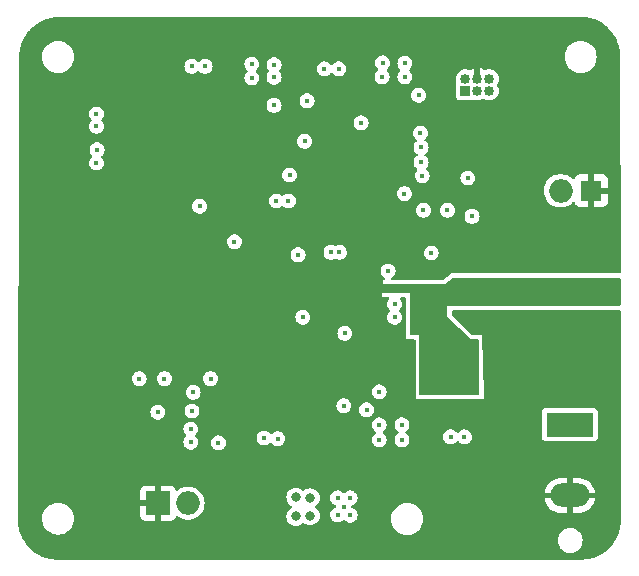
<source format=gbr>
%TF.GenerationSoftware,KiCad,Pcbnew,7.0.2*%
%TF.CreationDate,2023-10-26T15:36:34+02:00*%
%TF.ProjectId,Gnerator_poprawiony,476e6572-6174-46f7-925f-706f70726177,rev?*%
%TF.SameCoordinates,Original*%
%TF.FileFunction,Copper,L2,Inr*%
%TF.FilePolarity,Positive*%
%FSLAX46Y46*%
G04 Gerber Fmt 4.6, Leading zero omitted, Abs format (unit mm)*
G04 Created by KiCad (PCBNEW 7.0.2) date 2023-10-26 15:36:34*
%MOMM*%
%LPD*%
G01*
G04 APERTURE LIST*
%TA.AperFunction,ComponentPad*%
%ADD10R,1.800000X1.800000*%
%TD*%
%TA.AperFunction,ComponentPad*%
%ADD11O,2.000000X2.000000*%
%TD*%
%TA.AperFunction,ComponentPad*%
%ADD12R,0.850000X0.850000*%
%TD*%
%TA.AperFunction,ComponentPad*%
%ADD13O,0.850000X0.850000*%
%TD*%
%TA.AperFunction,ComponentPad*%
%ADD14R,2.000000X2.000000*%
%TD*%
%TA.AperFunction,ComponentPad*%
%ADD15O,3.300000X2.000000*%
%TD*%
%TA.AperFunction,ComponentPad*%
%ADD16R,4.000000X2.000000*%
%TD*%
%TA.AperFunction,ViaPad*%
%ADD17C,0.450000*%
%TD*%
%TA.AperFunction,ViaPad*%
%ADD18C,0.800000*%
%TD*%
%TA.AperFunction,ViaPad*%
%ADD19C,2.000000*%
%TD*%
G04 APERTURE END LIST*
D10*
%TO.N,GND*%
%TO.C,D1*%
X149833800Y-49733200D03*
D11*
%TO.N,Net-(D1-A)*%
X147243000Y-49733200D03*
%TD*%
D12*
%TO.N,Vdd2*%
%TO.C,J3*%
X139192000Y-41275000D03*
D13*
%TO.N,Net-(J3-Pin_2)*%
X139192000Y-40275000D03*
%TO.N,GND*%
X140192000Y-40275000D03*
%TO.N,Net-(J3-Pin_4)*%
X140192000Y-41275000D03*
%TO.N,Net-(J3-Pin_5)*%
X141192000Y-41275000D03*
%TO.N,Net-(J3-Pin_6)*%
X141192000Y-40275000D03*
%TD*%
D14*
%TO.N,GND*%
%TO.C,D3*%
X113167200Y-76200000D03*
D11*
%TO.N,Net-(D3-A)*%
X115707200Y-76200000D03*
%TD*%
D15*
%TO.N,GND*%
%TO.C,J4*%
X148031200Y-75543200D03*
D16*
%TO.N,+5V*%
X148031200Y-69543200D03*
%TD*%
D17*
%TO.N,GND*%
X117449600Y-61671200D03*
D18*
X111506000Y-72644000D03*
X106172000Y-70104000D03*
X107391200Y-72644000D03*
X117703600Y-73609200D03*
D17*
X110642400Y-43281600D03*
D18*
X140208000Y-37490400D03*
X136093200Y-72745600D03*
X105206800Y-69088000D03*
X106172000Y-52222400D03*
X105206800Y-49072800D03*
X151384000Y-61569600D03*
X125780800Y-37490400D03*
D17*
X138646200Y-66458800D03*
D18*
X106172000Y-42875200D03*
X109423200Y-73609200D03*
X105206800Y-61823600D03*
D17*
X115214400Y-55626000D03*
X117957600Y-60452000D03*
X132855000Y-69557600D03*
X116941600Y-59842400D03*
D18*
X129946400Y-72745600D03*
X126847600Y-73710800D03*
X106172000Y-44958000D03*
D17*
X123304600Y-67932000D03*
D18*
X142290800Y-37490400D03*
X147523200Y-42519600D03*
X144322800Y-63652400D03*
D17*
X120409000Y-71081600D03*
X115824000Y-59842400D03*
D18*
X151688800Y-47853600D03*
D17*
X117906800Y-55016400D03*
D18*
X113588800Y-72644000D03*
D17*
X117398800Y-55626000D03*
X115824000Y-60452000D03*
X107950000Y-50444400D03*
X114211400Y-70827600D03*
D18*
X144373600Y-41554400D03*
D17*
X119837200Y-45059600D03*
X115773200Y-54406800D03*
D18*
X143306800Y-63652400D03*
X143306800Y-42519600D03*
D17*
X124117400Y-66814400D03*
D18*
X137058400Y-37490400D03*
X106172000Y-71170800D03*
X105206800Y-73253600D03*
X131927600Y-37490400D03*
D17*
X128029000Y-66509600D03*
X117449600Y-61061600D03*
X128320800Y-42113200D03*
D18*
X124815600Y-37490400D03*
X150571200Y-44704000D03*
D17*
X117957600Y-59842400D03*
X122021600Y-40843200D03*
D18*
X144322800Y-62636400D03*
D17*
X121716800Y-55473600D03*
D18*
X114554000Y-36525200D03*
X104241600Y-54254400D03*
X149606000Y-46786800D03*
D17*
X147472400Y-53797200D03*
D18*
X140208000Y-36525200D03*
D17*
X116332000Y-54406800D03*
X139103400Y-67881200D03*
D18*
X149606000Y-44704000D03*
X141325600Y-72745600D03*
X118719600Y-72644000D03*
X138226800Y-72745600D03*
D19*
X129082800Y-58369200D03*
D18*
X115570000Y-36525200D03*
X105206800Y-36525200D03*
X136042400Y-36525200D03*
X124866400Y-73609200D03*
D17*
X115265200Y-61671200D03*
D18*
X105206800Y-42875200D03*
X105206800Y-41859200D03*
X127812800Y-36525200D03*
X106172000Y-43891200D03*
D17*
X120599200Y-51054000D03*
D18*
X103276400Y-54305200D03*
X144373600Y-38608000D03*
X144322800Y-61569600D03*
X121716800Y-37490400D03*
X106172000Y-39725600D03*
X123799600Y-37490400D03*
X148539200Y-42519600D03*
X119684800Y-36525200D03*
D17*
X137718800Y-53086000D03*
D18*
X149606000Y-47802800D03*
X110490000Y-72644000D03*
X129946400Y-73710800D03*
D17*
X115265200Y-59842400D03*
D18*
X150368000Y-61569600D03*
X106172000Y-67005200D03*
X105206800Y-70104000D03*
X149402800Y-61569600D03*
X139242800Y-72745600D03*
X126847600Y-72745600D03*
X144373600Y-36525200D03*
D17*
X101701600Y-53746400D03*
D18*
X117703600Y-72644000D03*
X143306800Y-67818000D03*
D17*
X135801400Y-70319600D03*
D18*
X119735600Y-72644000D03*
X105206800Y-67005200D03*
X149606000Y-43637200D03*
D17*
X116382800Y-60452000D03*
D18*
X105206800Y-63906400D03*
X117652800Y-36525200D03*
X143306800Y-36525200D03*
D17*
X116941600Y-61671200D03*
D18*
X144322800Y-68834000D03*
X150571200Y-42570400D03*
D17*
X117449600Y-59842400D03*
D18*
X112522000Y-73609200D03*
D17*
X116890800Y-54406800D03*
D18*
X103225600Y-62890400D03*
X122834400Y-73609200D03*
D17*
X133921800Y-65696800D03*
D18*
X105206800Y-62890400D03*
D17*
X136461800Y-70319600D03*
D18*
X150571200Y-43637200D03*
X105206800Y-51155600D03*
X106172000Y-72186800D03*
X148386800Y-61569600D03*
X109372400Y-36525200D03*
D17*
X126695200Y-54931300D03*
D18*
X145389600Y-41554400D03*
X151688800Y-49479200D03*
X151688800Y-51562000D03*
X149352000Y-62636400D03*
X111455200Y-36525200D03*
X110439200Y-37490400D03*
X142290800Y-36525200D03*
D17*
X116890800Y-55626000D03*
D18*
X116636800Y-37490400D03*
D17*
X132804200Y-70827600D03*
X151892000Y-53746400D03*
X127254000Y-42113200D03*
D18*
X133959600Y-36525200D03*
X106172000Y-46990000D03*
X108356400Y-36525200D03*
X123850400Y-72644000D03*
X116636800Y-36525200D03*
D17*
X137985800Y-67881200D03*
D18*
X111455200Y-37490400D03*
X102260400Y-62890400D03*
D17*
X115773200Y-55626000D03*
X117957600Y-61061600D03*
D18*
X149606000Y-51562000D03*
D17*
X130061000Y-66458800D03*
X115824000Y-61671200D03*
D18*
X109372400Y-37490400D03*
X108407200Y-73609200D03*
X138176000Y-37490400D03*
X126796800Y-37490400D03*
X135026400Y-36525200D03*
X146456400Y-41554400D03*
D17*
X135686800Y-53086000D03*
D18*
X143357600Y-69900800D03*
X105206800Y-40792400D03*
X105206800Y-68021200D03*
X122783600Y-36525200D03*
D17*
X115265200Y-60452000D03*
D18*
X102311200Y-54305200D03*
X128930400Y-72745600D03*
X143306800Y-64719200D03*
X104241600Y-62890400D03*
X137109200Y-72745600D03*
X114554000Y-37490400D03*
X151688800Y-50495200D03*
X136042400Y-37490400D03*
X130962400Y-72745600D03*
X144322800Y-70916800D03*
X106172000Y-65989200D03*
X130962400Y-73710800D03*
X148539200Y-41554400D03*
X151688800Y-46837600D03*
X117652800Y-37490400D03*
D17*
X117449600Y-60452000D03*
X116382800Y-61671200D03*
D18*
X111506000Y-73609200D03*
X105206800Y-48056800D03*
X143357600Y-70916800D03*
D17*
X113043000Y-70776800D03*
X110642400Y-44399200D03*
X117906800Y-54406800D03*
D18*
X112471200Y-36525200D03*
X138176000Y-36525200D03*
D17*
X121780600Y-66763600D03*
D18*
X105206800Y-50139600D03*
X105206800Y-65989200D03*
X110490000Y-73609200D03*
D17*
X140716000Y-44805600D03*
D18*
X118668800Y-36525200D03*
D17*
X115265200Y-61061600D03*
D18*
X107340400Y-37490400D03*
D17*
X117957600Y-61671200D03*
D18*
X105206800Y-54254400D03*
X143306800Y-39573200D03*
X114604800Y-72644000D03*
X106273600Y-36525200D03*
X120700800Y-37490400D03*
X119735600Y-73609200D03*
X106172000Y-48056800D03*
X113538000Y-37490400D03*
X149606000Y-45720000D03*
X127812800Y-37490400D03*
X125831600Y-72745600D03*
X144322800Y-66802000D03*
X114604800Y-73609200D03*
X105206800Y-43891200D03*
X143357600Y-61569600D03*
X143306800Y-65735200D03*
D17*
X116586000Y-43535600D03*
D18*
X121716800Y-36525200D03*
D17*
X115773200Y-56235600D03*
D18*
X144322800Y-69900800D03*
X132994400Y-72745600D03*
D17*
X108051600Y-52273200D03*
D18*
X102311200Y-53238400D03*
X150571200Y-45720000D03*
D17*
X115214400Y-56235600D03*
X117957600Y-45415200D03*
D18*
X150368000Y-62636400D03*
X113538000Y-36525200D03*
X106172000Y-73253600D03*
X112522000Y-72644000D03*
X109423200Y-72644000D03*
X150571200Y-54711600D03*
D17*
X117398800Y-56235600D03*
D18*
X150571200Y-53644800D03*
D17*
X122187000Y-67932000D03*
D18*
X121767600Y-73609200D03*
X104241600Y-53238400D03*
X108407200Y-72644000D03*
X106273600Y-37490400D03*
X143306800Y-41554400D03*
X105206800Y-44958000D03*
D17*
X116382800Y-61061600D03*
D18*
X107391200Y-73609200D03*
X123799600Y-36525200D03*
X106172000Y-62890400D03*
X134010400Y-72745600D03*
D17*
X108000800Y-49377600D03*
D18*
X150571200Y-41554400D03*
X128879600Y-37490400D03*
X143306800Y-38608000D03*
X104241600Y-61823600D03*
X105206800Y-46990000D03*
D17*
X117107000Y-71081600D03*
X116382800Y-59842400D03*
D18*
X143306800Y-40538400D03*
X121767600Y-72644000D03*
D17*
X111569800Y-64122000D03*
D18*
X105206800Y-64922400D03*
X144322800Y-65735200D03*
D17*
X117398800Y-55016400D03*
X115976400Y-42011600D03*
X130454400Y-56997600D03*
X127762000Y-59639200D03*
X115824000Y-61061600D03*
X115773200Y-55016400D03*
X130403600Y-59537600D03*
D18*
X124815600Y-36525200D03*
X144322800Y-67818000D03*
X106172000Y-50139600D03*
D17*
X116332000Y-55626000D03*
D18*
X144373600Y-42519600D03*
X108356400Y-37490400D03*
X145389600Y-42519600D03*
D17*
X116941600Y-61061600D03*
D18*
X128930400Y-73710800D03*
X141274800Y-37490400D03*
X115620800Y-73609200D03*
D17*
X117398800Y-54406800D03*
D18*
X106172000Y-64922400D03*
X107340400Y-36525200D03*
X146456400Y-42519600D03*
X135026400Y-37490400D03*
X142341600Y-72745600D03*
X106172000Y-41859200D03*
X144322800Y-64719200D03*
D17*
X126492000Y-40792400D03*
D18*
X144373600Y-37490400D03*
X119684800Y-37490400D03*
X129895600Y-37490400D03*
X118668800Y-37490400D03*
D17*
X116890800Y-56235600D03*
D18*
X103276400Y-61823600D03*
D17*
X119342200Y-70116400D03*
X115214400Y-55016400D03*
X129959400Y-70522800D03*
D18*
X112471200Y-37490400D03*
X122834400Y-72644000D03*
X115570000Y-37490400D03*
X147523200Y-41554400D03*
X113588800Y-73609200D03*
X105206800Y-72186800D03*
X127863600Y-72745600D03*
X110439200Y-36525200D03*
X137058400Y-36525200D03*
X105206800Y-45974000D03*
X149606000Y-54711600D03*
X147370800Y-61569600D03*
X115620800Y-72644000D03*
D17*
X127762000Y-56997600D03*
D18*
X141274800Y-36525200D03*
X143306800Y-71932800D03*
X129895600Y-36525200D03*
X131978400Y-72745600D03*
X125780800Y-36525200D03*
X140258800Y-72745600D03*
X151384000Y-62636400D03*
D17*
X117094000Y-42062400D03*
D18*
X144373600Y-40538400D03*
X123850400Y-73609200D03*
X143306800Y-68834000D03*
X150571200Y-52628800D03*
D17*
X116941600Y-60452000D03*
D18*
X128879600Y-36525200D03*
D17*
X115214400Y-54406800D03*
X116332000Y-56235600D03*
D18*
X106172000Y-68021200D03*
X116687600Y-73609200D03*
X120751600Y-73609200D03*
X148386800Y-62636400D03*
X149606000Y-53644800D03*
X120751600Y-72644000D03*
D17*
X128791000Y-70522800D03*
D18*
X149606000Y-52628800D03*
X144373600Y-39573200D03*
X105206800Y-71170800D03*
X102260400Y-61823600D03*
X124866400Y-72644000D03*
X132943600Y-36525200D03*
X130911600Y-37490400D03*
X150571200Y-51562000D03*
D17*
X116890800Y-55016400D03*
D18*
X150571200Y-46786800D03*
D17*
X130175000Y-39116000D03*
D18*
X118719600Y-73609200D03*
D17*
X116332000Y-55016400D03*
D18*
X143306800Y-66751200D03*
X105206800Y-52222400D03*
D17*
X139916200Y-65239600D03*
X127419400Y-70268800D03*
D18*
X122783600Y-37490400D03*
D17*
X125387400Y-70268800D03*
D18*
X127863600Y-73710800D03*
X106172000Y-63906400D03*
D17*
X113703400Y-64122000D03*
D18*
X106172000Y-45974000D03*
X139192000Y-37490400D03*
X116687600Y-72644000D03*
X133959600Y-37490400D03*
X135077200Y-72745600D03*
X143306800Y-37490400D03*
X150571200Y-47802800D03*
X126796800Y-36525200D03*
X130911600Y-36525200D03*
X143306800Y-62636400D03*
X132943600Y-37490400D03*
X106172000Y-69088000D03*
D17*
X117107000Y-69862400D03*
D18*
X125831600Y-73710800D03*
D17*
X108051600Y-53390800D03*
D18*
X147370800Y-62636400D03*
D17*
X126809800Y-70268800D03*
D18*
X106172000Y-53238400D03*
D17*
X137058400Y-39268400D03*
D18*
X139192000Y-36525200D03*
X105206800Y-53238400D03*
X106172000Y-40792400D03*
X103276400Y-53238400D03*
D17*
X117906800Y-55626000D03*
D18*
X120700800Y-36525200D03*
X149606000Y-41554400D03*
D17*
X117957600Y-40741600D03*
D18*
X131927600Y-36525200D03*
X149606000Y-42570400D03*
D17*
X136042400Y-39268400D03*
D18*
X106172000Y-61823600D03*
D17*
X124777800Y-70268800D03*
D18*
X106172000Y-51155600D03*
X106172000Y-54254400D03*
D17*
X117906800Y-56235600D03*
D18*
X106172000Y-49072800D03*
D17*
%TO.N,Net-(C11-Pad1)*%
X125425200Y-60452000D03*
X119634000Y-54051200D03*
%TO.N,Net-(U2-CPout)*%
X124307600Y-48412400D03*
X127812800Y-54965600D03*
%TO.N,Net-(U2-VTUNE)*%
X128981200Y-61823600D03*
X125577600Y-45567600D03*
%TO.N,5V*%
X139103400Y-70573600D03*
X133820200Y-70827600D03*
X137935000Y-70573600D03*
X122986800Y-39065200D03*
X121107200Y-39014400D03*
X107950000Y-43230800D03*
D18*
X124830800Y-75692000D03*
D17*
X131889800Y-69557600D03*
D18*
X126050000Y-77266800D03*
D17*
X107950000Y-47396400D03*
X115938600Y-71030800D03*
X123304600Y-70726000D03*
X132130800Y-40081200D03*
X128473200Y-39420800D03*
X134061200Y-40081200D03*
X116027200Y-39217600D03*
X117144800Y-39217600D03*
X132181600Y-38912800D03*
X107950000Y-44297600D03*
X134061200Y-38963600D03*
X122986800Y-40132000D03*
X121107200Y-40182800D03*
X118275400Y-71081600D03*
X127254000Y-39420800D03*
X133820200Y-69557600D03*
D18*
X126050000Y-75742800D03*
D17*
X131889800Y-70827600D03*
X108000800Y-46278800D03*
D18*
X124830800Y-77317600D03*
D17*
X115938600Y-69913200D03*
X122136200Y-70675200D03*
%TO.N,Vdd1*%
X130823000Y-68287600D03*
X128892600Y-67932000D03*
X131889800Y-66763600D03*
%TO.N,Vdd2*%
X135229600Y-41656000D03*
X133197600Y-59334400D03*
X124206000Y-50596800D03*
X123190000Y-50596800D03*
X137668000Y-51409600D03*
X132638800Y-56540400D03*
X139750800Y-51917600D03*
X135534400Y-48463200D03*
X134018000Y-49979600D03*
X135636000Y-51409600D03*
X130352800Y-43992800D03*
%TO.N,Vdd3*%
X113144600Y-68490800D03*
X113703400Y-65646000D03*
X117615000Y-65646000D03*
X111569800Y-65646000D03*
X116040200Y-68389200D03*
X116141800Y-66814400D03*
%TO.N,Vdd4*%
X125018800Y-55168800D03*
X125780800Y-42113200D03*
X122986800Y-42519600D03*
X128524000Y-54965600D03*
X116687600Y-51054000D03*
%TO.N,+5V*%
X129438400Y-75742800D03*
X128371600Y-75742800D03*
X128879600Y-76555600D03*
X128371600Y-77165200D03*
X129438400Y-77216000D03*
%TO.N,Net-(J3-Pin_2)*%
X135382000Y-44856400D03*
%TO.N,Net-(J3-Pin_4)*%
X135432800Y-46075600D03*
%TO.N,Net-(J3-Pin_5)*%
X135432800Y-47345600D03*
%TO.N,Net-(J3-Pin_6)*%
X139395200Y-48666400D03*
%TO.N,Net-(U2-PDB_RF)*%
X133197600Y-60452000D03*
X136296400Y-55016400D03*
%TD*%
%TA.AperFunction,Conductor*%
%TO.N,GND*%
G36*
X148948887Y-35001872D02*
G01*
X149078917Y-35008686D01*
X149297759Y-35020977D01*
X149310146Y-35022302D01*
X149472008Y-35047939D01*
X149656928Y-35079359D01*
X149668226Y-35081827D01*
X149832957Y-35125966D01*
X150007674Y-35176301D01*
X150017737Y-35179676D01*
X150178362Y-35241334D01*
X150181192Y-35242463D01*
X150345786Y-35310641D01*
X150354607Y-35314707D01*
X150509023Y-35393386D01*
X150512649Y-35395311D01*
X150667374Y-35480824D01*
X150674928Y-35485357D01*
X150820819Y-35580100D01*
X150825039Y-35582965D01*
X150968636Y-35684852D01*
X150974917Y-35689616D01*
X151110413Y-35799339D01*
X151115004Y-35803245D01*
X151246050Y-35920354D01*
X151251104Y-35925133D01*
X151374465Y-36048494D01*
X151379244Y-36053548D01*
X151496353Y-36184594D01*
X151500259Y-36189185D01*
X151609982Y-36324681D01*
X151614746Y-36330962D01*
X151716633Y-36474559D01*
X151719498Y-36478779D01*
X151814241Y-36624670D01*
X151818774Y-36632224D01*
X151904271Y-36786919D01*
X151906228Y-36790605D01*
X151984886Y-36944981D01*
X151988962Y-36953823D01*
X152057098Y-37118315D01*
X152058301Y-37121331D01*
X152119915Y-37281843D01*
X152123305Y-37291952D01*
X152173633Y-37466643D01*
X152217771Y-37631369D01*
X152220240Y-37642676D01*
X152251671Y-37827663D01*
X152277292Y-37989426D01*
X152278623Y-38001865D01*
X152290917Y-38220760D01*
X152297730Y-38350756D01*
X152297900Y-38357245D01*
X152297900Y-38405149D01*
X152297967Y-38405769D01*
X152321529Y-56619440D01*
X152301931Y-56686504D01*
X152249186Y-56732328D01*
X152197529Y-56743600D01*
X138074400Y-56743600D01*
X137601669Y-57068603D01*
X137293337Y-57280581D01*
X137226941Y-57302340D01*
X137223087Y-57302400D01*
X133035980Y-57302400D01*
X132968941Y-57282715D01*
X132923186Y-57229911D01*
X132913242Y-57160753D01*
X132942267Y-57097197D01*
X132978355Y-57068603D01*
X132996734Y-57058957D01*
X133110432Y-56958230D01*
X133196721Y-56833219D01*
X133250585Y-56691191D01*
X133268894Y-56540400D01*
X133250585Y-56389609D01*
X133196721Y-56247581D01*
X133196721Y-56247580D01*
X133110431Y-56122568D01*
X132996736Y-56021844D01*
X132862232Y-55951251D01*
X132762990Y-55926790D01*
X132714749Y-55914900D01*
X132562851Y-55914900D01*
X132526499Y-55923859D01*
X132415367Y-55951251D01*
X132280863Y-56021844D01*
X132167168Y-56122568D01*
X132080878Y-56247580D01*
X132027015Y-56389608D01*
X132008705Y-56540400D01*
X132027015Y-56691191D01*
X132080878Y-56833219D01*
X132167168Y-56958231D01*
X132280864Y-57058956D01*
X132299245Y-57068603D01*
X132349458Y-57117187D01*
X132365433Y-57185206D01*
X132342098Y-57251064D01*
X132286863Y-57293852D01*
X132241620Y-57302400D01*
X132181600Y-57302400D01*
X132181599Y-57657999D01*
X132181600Y-57658000D01*
X137464800Y-57658000D01*
X137464801Y-57658000D01*
X138142277Y-57125697D01*
X138207153Y-57099756D01*
X138218887Y-57099200D01*
X152198310Y-57099200D01*
X152265349Y-57118885D01*
X152311104Y-57171689D01*
X152322310Y-57223040D01*
X152325078Y-59362640D01*
X152305480Y-59429704D01*
X152252735Y-59475528D01*
X152201078Y-59486800D01*
X137617200Y-59486800D01*
X137617200Y-60452000D01*
X139700000Y-62331600D01*
X140236400Y-62331600D01*
X140303439Y-62351285D01*
X140349194Y-62404089D01*
X140360400Y-62455600D01*
X140360400Y-66932000D01*
X140340715Y-66999039D01*
X140287911Y-67044794D01*
X140236400Y-67056000D01*
X135404400Y-67056000D01*
X135337361Y-67036315D01*
X135291606Y-66983511D01*
X135280400Y-66932000D01*
X135280400Y-61976000D01*
X134642400Y-61976000D01*
X134575361Y-61956315D01*
X134529606Y-61903511D01*
X134518400Y-61852000D01*
X134518400Y-58420000D01*
X132130800Y-58420000D01*
X132130800Y-58724800D01*
X132622075Y-58724800D01*
X132689114Y-58744485D01*
X132734869Y-58797289D01*
X132744813Y-58866447D01*
X132724125Y-58919240D01*
X132639678Y-59041580D01*
X132585815Y-59183608D01*
X132567505Y-59334400D01*
X132585815Y-59485191D01*
X132639678Y-59627219D01*
X132725967Y-59752228D01*
X132725968Y-59752230D01*
X132780324Y-59800385D01*
X132817450Y-59859572D01*
X132816684Y-59929437D01*
X132780325Y-59986014D01*
X132725967Y-60034171D01*
X132639678Y-60159180D01*
X132585815Y-60301208D01*
X132567505Y-60451999D01*
X132585815Y-60602791D01*
X132639678Y-60744819D01*
X132725968Y-60869831D01*
X132839663Y-60970555D01*
X132839664Y-60970555D01*
X132839666Y-60970557D01*
X132974166Y-61041148D01*
X133121651Y-61077500D01*
X133121652Y-61077500D01*
X133273548Y-61077500D01*
X133273549Y-61077500D01*
X133421034Y-61041148D01*
X133555534Y-60970557D01*
X133669232Y-60869830D01*
X133755521Y-60744819D01*
X133809385Y-60602791D01*
X133827694Y-60452000D01*
X133809385Y-60301209D01*
X133755521Y-60159181D01*
X133755521Y-60159180D01*
X133669233Y-60034171D01*
X133669230Y-60034168D01*
X133614874Y-59986013D01*
X133577749Y-59926826D01*
X133578517Y-59856961D01*
X133614874Y-59800386D01*
X133669232Y-59752230D01*
X133755521Y-59627219D01*
X133809385Y-59485191D01*
X133827694Y-59334400D01*
X133809385Y-59183609D01*
X133755521Y-59041581D01*
X133755521Y-59041580D01*
X133671075Y-58919240D01*
X133649192Y-58852886D01*
X133666657Y-58785234D01*
X133717925Y-58737764D01*
X133773125Y-58724800D01*
X134038800Y-58724800D01*
X134105839Y-58744485D01*
X134151594Y-58797289D01*
X134162799Y-58848800D01*
X134162800Y-62331600D01*
X134851600Y-62331600D01*
X134918639Y-62351285D01*
X134964394Y-62404089D01*
X134975600Y-62455600D01*
X134975600Y-67360800D01*
X140766800Y-67360800D01*
X140766800Y-67056000D01*
X140766758Y-67054149D01*
X140614400Y-61976000D01*
X139850840Y-61976000D01*
X139783801Y-61956315D01*
X139765774Y-61942221D01*
X138062534Y-60336309D01*
X138027261Y-60275997D01*
X138023600Y-60246088D01*
X138023600Y-59966400D01*
X138043285Y-59899361D01*
X138096089Y-59853606D01*
X138147600Y-59842400D01*
X152201859Y-59842400D01*
X152268898Y-59862085D01*
X152314653Y-59914889D01*
X152325859Y-59966240D01*
X152348695Y-77619075D01*
X152348525Y-77625724D01*
X152341717Y-77755638D01*
X152329424Y-77974530D01*
X152328092Y-77986975D01*
X152302471Y-78148736D01*
X152271041Y-78333717D01*
X152268569Y-78345034D01*
X152224433Y-78509756D01*
X152174104Y-78684453D01*
X152170718Y-78694548D01*
X152109101Y-78855067D01*
X152107898Y-78858083D01*
X152039762Y-79022575D01*
X152035686Y-79031417D01*
X151957028Y-79185793D01*
X151955071Y-79189479D01*
X151869574Y-79344174D01*
X151865041Y-79351728D01*
X151770298Y-79497619D01*
X151767433Y-79501839D01*
X151665546Y-79645436D01*
X151660782Y-79651717D01*
X151551059Y-79787213D01*
X151547153Y-79791804D01*
X151430044Y-79922850D01*
X151425265Y-79927904D01*
X151301904Y-80051265D01*
X151296850Y-80056044D01*
X151165804Y-80173153D01*
X151161213Y-80177059D01*
X151025717Y-80286782D01*
X151019436Y-80291546D01*
X150875839Y-80393433D01*
X150871619Y-80396298D01*
X150725728Y-80491041D01*
X150718174Y-80495574D01*
X150563479Y-80581071D01*
X150559793Y-80583028D01*
X150405417Y-80661686D01*
X150396575Y-80665762D01*
X150232083Y-80733898D01*
X150229067Y-80735101D01*
X150068555Y-80796715D01*
X150058446Y-80800105D01*
X149883756Y-80850433D01*
X149719029Y-80894571D01*
X149707722Y-80897040D01*
X149522736Y-80928471D01*
X149360972Y-80954092D01*
X149348533Y-80955423D01*
X149129639Y-80967717D01*
X148999643Y-80974530D01*
X148993154Y-80974700D01*
X104651246Y-80974700D01*
X104644756Y-80974530D01*
X104514760Y-80967717D01*
X104295868Y-80955424D01*
X104283423Y-80954092D01*
X104121663Y-80928471D01*
X103936681Y-80897041D01*
X103925364Y-80894569D01*
X103760643Y-80850433D01*
X103585945Y-80800104D01*
X103575850Y-80796718D01*
X103415331Y-80735101D01*
X103412329Y-80733903D01*
X103370403Y-80716537D01*
X103247823Y-80665762D01*
X103238981Y-80661686D01*
X103084605Y-80583028D01*
X103080919Y-80581071D01*
X102926224Y-80495574D01*
X102918670Y-80491041D01*
X102772779Y-80396298D01*
X102768559Y-80393433D01*
X102624962Y-80291546D01*
X102618681Y-80286782D01*
X102483185Y-80177059D01*
X102478594Y-80173153D01*
X102347548Y-80056044D01*
X102342494Y-80051265D01*
X102219133Y-79927904D01*
X102214354Y-79922850D01*
X102097245Y-79791804D01*
X102093339Y-79787213D01*
X101983616Y-79651717D01*
X101978852Y-79645436D01*
X101876965Y-79501839D01*
X101874100Y-79497619D01*
X101779357Y-79351728D01*
X101776880Y-79347600D01*
X147001017Y-79347600D01*
X147021299Y-79553532D01*
X147021300Y-79553534D01*
X147081368Y-79751554D01*
X147178915Y-79934050D01*
X147230208Y-79996552D01*
X147310189Y-80094010D01*
X147334114Y-80113644D01*
X147470150Y-80225285D01*
X147652646Y-80322832D01*
X147850666Y-80382900D01*
X148004992Y-80398100D01*
X148008042Y-80398100D01*
X148105158Y-80398100D01*
X148108208Y-80398100D01*
X148262534Y-80382900D01*
X148460554Y-80322832D01*
X148643050Y-80225285D01*
X148803010Y-80094010D01*
X148934285Y-79934050D01*
X149031832Y-79751554D01*
X149091900Y-79553534D01*
X149112183Y-79347600D01*
X149091900Y-79141666D01*
X149031832Y-78943646D01*
X148934285Y-78761150D01*
X148862791Y-78674034D01*
X148803010Y-78601189D01*
X148669338Y-78491489D01*
X148643050Y-78469915D01*
X148460554Y-78372368D01*
X148333154Y-78333722D01*
X148262532Y-78312299D01*
X148111241Y-78297398D01*
X148111226Y-78297397D01*
X148108208Y-78297100D01*
X148004992Y-78297100D01*
X148001974Y-78297397D01*
X148001958Y-78297398D01*
X147850667Y-78312299D01*
X147652643Y-78372369D01*
X147470151Y-78469914D01*
X147310189Y-78601189D01*
X147178914Y-78761151D01*
X147081369Y-78943643D01*
X147021299Y-79141667D01*
X147001017Y-79347600D01*
X101776880Y-79347600D01*
X101774824Y-79344174D01*
X101689311Y-79189449D01*
X101687386Y-79185823D01*
X101608707Y-79031407D01*
X101604641Y-79022586D01*
X101536463Y-78857992D01*
X101535334Y-78855162D01*
X101473681Y-78694551D01*
X101470293Y-78684445D01*
X101419966Y-78509755D01*
X101409291Y-78469915D01*
X101375821Y-78345003D01*
X101373358Y-78333722D01*
X101373357Y-78333717D01*
X101341927Y-78148730D01*
X101334679Y-78102968D01*
X101316303Y-77986952D01*
X101314976Y-77974546D01*
X101302693Y-77755845D01*
X101295877Y-77625782D01*
X101295708Y-77619031D01*
X101296016Y-77499999D01*
X103343140Y-77499999D01*
X103363736Y-77735407D01*
X103400834Y-77873858D01*
X103424897Y-77963663D01*
X103524765Y-78177829D01*
X103660305Y-78371401D01*
X103827399Y-78538495D01*
X104020971Y-78674035D01*
X104235137Y-78773903D01*
X104463392Y-78835063D01*
X104639834Y-78850500D01*
X104642542Y-78850500D01*
X104755058Y-78850500D01*
X104757766Y-78850500D01*
X104934208Y-78835063D01*
X105162463Y-78773903D01*
X105376629Y-78674035D01*
X105570201Y-78538495D01*
X105737295Y-78371401D01*
X105872835Y-78177830D01*
X105972703Y-77963663D01*
X106033863Y-77735408D01*
X106054459Y-77500000D01*
X106054183Y-77496851D01*
X106033863Y-77264592D01*
X106028484Y-77244518D01*
X111667200Y-77244518D01*
X111667554Y-77251132D01*
X111673600Y-77307371D01*
X111723847Y-77442089D01*
X111810011Y-77557188D01*
X111925110Y-77643352D01*
X112059828Y-77693599D01*
X112116067Y-77699645D01*
X112122682Y-77700000D01*
X112917200Y-77700000D01*
X112917200Y-76745881D01*
X113010569Y-76784556D01*
X113127877Y-76800000D01*
X113206523Y-76800000D01*
X113323831Y-76784556D01*
X113417200Y-76745881D01*
X113417200Y-77700000D01*
X114211718Y-77700000D01*
X114218332Y-77699645D01*
X114274571Y-77693599D01*
X114409289Y-77643352D01*
X114524388Y-77557188D01*
X114610552Y-77442088D01*
X114644286Y-77351644D01*
X114686157Y-77295710D01*
X114751621Y-77271293D01*
X114819894Y-77286144D01*
X114836630Y-77297124D01*
X114938568Y-77376466D01*
X114938570Y-77376467D01*
X114938574Y-77376470D01*
X115142697Y-77486936D01*
X115252458Y-77524616D01*
X115362215Y-77562297D01*
X115362217Y-77562297D01*
X115362219Y-77562298D01*
X115591151Y-77600500D01*
X115591152Y-77600500D01*
X115823248Y-77600500D01*
X115823249Y-77600500D01*
X116052181Y-77562298D01*
X116271703Y-77486936D01*
X116475826Y-77376470D01*
X116551462Y-77317600D01*
X124025234Y-77317600D01*
X124045431Y-77496851D01*
X124045431Y-77496853D01*
X124045432Y-77496855D01*
X124105011Y-77667122D01*
X124121648Y-77693599D01*
X124200985Y-77819864D01*
X124328535Y-77947414D01*
X124328537Y-77947415D01*
X124328538Y-77947416D01*
X124481278Y-78043389D01*
X124651545Y-78102968D01*
X124830800Y-78123165D01*
X125010055Y-78102968D01*
X125180322Y-78043389D01*
X125333062Y-77947416D01*
X125378118Y-77902359D01*
X125439441Y-77868874D01*
X125509133Y-77873858D01*
X125535064Y-77890525D01*
X125535908Y-77889183D01*
X125582000Y-77918144D01*
X125700478Y-77992589D01*
X125870745Y-78052168D01*
X126050000Y-78072365D01*
X126229255Y-78052168D01*
X126399522Y-77992589D01*
X126552262Y-77896616D01*
X126679816Y-77769062D01*
X126775789Y-77616322D01*
X126835368Y-77446055D01*
X126855565Y-77266800D01*
X126844117Y-77165199D01*
X127741505Y-77165199D01*
X127759815Y-77315991D01*
X127813678Y-77458019D01*
X127899968Y-77583031D01*
X128013663Y-77683755D01*
X128013664Y-77683755D01*
X128013666Y-77683757D01*
X128148166Y-77754348D01*
X128295651Y-77790700D01*
X128295652Y-77790700D01*
X128447548Y-77790700D01*
X128447549Y-77790700D01*
X128595034Y-77754348D01*
X128729534Y-77683757D01*
X128794102Y-77626554D01*
X128857334Y-77596833D01*
X128926598Y-77606016D01*
X128958556Y-77626555D01*
X129080463Y-77734555D01*
X129080464Y-77734555D01*
X129080466Y-77734557D01*
X129214966Y-77805148D01*
X129362451Y-77841500D01*
X129362452Y-77841500D01*
X129514348Y-77841500D01*
X129514349Y-77841500D01*
X129661834Y-77805148D01*
X129796334Y-77734557D01*
X129910032Y-77633830D01*
X129988051Y-77520800D01*
X132908740Y-77520800D01*
X132929336Y-77756207D01*
X132968498Y-77902360D01*
X132990497Y-77984463D01*
X133090365Y-78198629D01*
X133225905Y-78392201D01*
X133392999Y-78559295D01*
X133586571Y-78694835D01*
X133800737Y-78794703D01*
X134028992Y-78855863D01*
X134205434Y-78871300D01*
X134208142Y-78871300D01*
X134320658Y-78871300D01*
X134323366Y-78871300D01*
X134499808Y-78855863D01*
X134728063Y-78794703D01*
X134942229Y-78694835D01*
X135135801Y-78559295D01*
X135302895Y-78392201D01*
X135438435Y-78198630D01*
X135538303Y-77984463D01*
X135599463Y-77756208D01*
X135620059Y-77520800D01*
X135599463Y-77285392D01*
X135538303Y-77057137D01*
X135438435Y-76842971D01*
X135302895Y-76649399D01*
X135135801Y-76482305D01*
X134942229Y-76346765D01*
X134728063Y-76246897D01*
X134697449Y-76238694D01*
X134499807Y-76185736D01*
X134326067Y-76170536D01*
X134326059Y-76170535D01*
X134323366Y-76170300D01*
X134205434Y-76170300D01*
X134202741Y-76170535D01*
X134202732Y-76170536D01*
X134028992Y-76185736D01*
X133800736Y-76246897D01*
X133586570Y-76346765D01*
X133392998Y-76482305D01*
X133225908Y-76649395D01*
X133225905Y-76649398D01*
X133225905Y-76649399D01*
X133104930Y-76822170D01*
X133090364Y-76842972D01*
X132990497Y-77057137D01*
X132929336Y-77285392D01*
X132908740Y-77520800D01*
X129988051Y-77520800D01*
X129996321Y-77508819D01*
X130050185Y-77366791D01*
X130068494Y-77216000D01*
X130050185Y-77065209D01*
X129996321Y-76923181D01*
X129996321Y-76923180D01*
X129910031Y-76798168D01*
X129796336Y-76697444D01*
X129717948Y-76656303D01*
X129661834Y-76626852D01*
X129661833Y-76626851D01*
X129661832Y-76626851D01*
X129597022Y-76610877D01*
X129536641Y-76575721D01*
X129504853Y-76513501D01*
X129503603Y-76505438D01*
X129500988Y-76483906D01*
X129512451Y-76414983D01*
X129559356Y-76363198D01*
X129594408Y-76348566D01*
X129661834Y-76331948D01*
X129796334Y-76261357D01*
X129905170Y-76164937D01*
X129910031Y-76160631D01*
X129917552Y-76149736D01*
X129996321Y-76035619D01*
X130050185Y-75893591D01*
X130068494Y-75742800D01*
X130050185Y-75592009D01*
X130016748Y-75503844D01*
X129996321Y-75449980D01*
X129910031Y-75324968D01*
X129874171Y-75293199D01*
X145902176Y-75293199D01*
X145902178Y-75293200D01*
X146947514Y-75293200D01*
X146921707Y-75333356D01*
X146881200Y-75471311D01*
X146881200Y-75615089D01*
X146921707Y-75753044D01*
X146947514Y-75793200D01*
X145902177Y-75793200D01*
X145922116Y-75912691D01*
X146002831Y-76147806D01*
X146121146Y-76366433D01*
X146273831Y-76562603D01*
X146456722Y-76730966D01*
X146664834Y-76866933D01*
X146892478Y-76966786D01*
X147133462Y-77027812D01*
X147316612Y-77042988D01*
X147321727Y-77043200D01*
X147781200Y-77043200D01*
X147781200Y-76043200D01*
X148281200Y-76043200D01*
X148281200Y-77043200D01*
X148740673Y-77043200D01*
X148745787Y-77042988D01*
X148928937Y-77027812D01*
X149169921Y-76966786D01*
X149397565Y-76866933D01*
X149605677Y-76730966D01*
X149788568Y-76562603D01*
X149941253Y-76366433D01*
X150059568Y-76147806D01*
X150140283Y-75912691D01*
X150160223Y-75793200D01*
X149114886Y-75793200D01*
X149140693Y-75753044D01*
X149181200Y-75615089D01*
X149181200Y-75471311D01*
X149140693Y-75333356D01*
X149114886Y-75293200D01*
X150160222Y-75293200D01*
X150160223Y-75293199D01*
X150140283Y-75173708D01*
X150059568Y-74938593D01*
X149941253Y-74719966D01*
X149788568Y-74523796D01*
X149605677Y-74355433D01*
X149397565Y-74219466D01*
X149169921Y-74119613D01*
X148928937Y-74058587D01*
X148745787Y-74043411D01*
X148740673Y-74043200D01*
X148281200Y-74043200D01*
X148281200Y-75043200D01*
X147781200Y-75043200D01*
X147781200Y-74043200D01*
X147321727Y-74043200D01*
X147316612Y-74043411D01*
X147133462Y-74058587D01*
X146892478Y-74119613D01*
X146664834Y-74219466D01*
X146456722Y-74355433D01*
X146273831Y-74523796D01*
X146121146Y-74719966D01*
X146002831Y-74938593D01*
X145922116Y-75173708D01*
X145902176Y-75293199D01*
X129874171Y-75293199D01*
X129796336Y-75224244D01*
X129729084Y-75188947D01*
X129661834Y-75153652D01*
X129661833Y-75153651D01*
X129661832Y-75153651D01*
X129559858Y-75128517D01*
X129514349Y-75117300D01*
X129362451Y-75117300D01*
X129326099Y-75126259D01*
X129214967Y-75153651D01*
X129080465Y-75224243D01*
X128987227Y-75306845D01*
X128923994Y-75336566D01*
X128854730Y-75327382D01*
X128822773Y-75306845D01*
X128729534Y-75224243D01*
X128663784Y-75189735D01*
X128595034Y-75153652D01*
X128595033Y-75153651D01*
X128595032Y-75153651D01*
X128493058Y-75128517D01*
X128447549Y-75117300D01*
X128295651Y-75117300D01*
X128259300Y-75126259D01*
X128148167Y-75153651D01*
X128013663Y-75224244D01*
X127899968Y-75324968D01*
X127813678Y-75449980D01*
X127759815Y-75592008D01*
X127741505Y-75742799D01*
X127759815Y-75893591D01*
X127813678Y-76035619D01*
X127899968Y-76160631D01*
X128013663Y-76261355D01*
X128013664Y-76261355D01*
X128013666Y-76261357D01*
X128148166Y-76331948D01*
X128148168Y-76331949D01*
X128154879Y-76333603D01*
X128215260Y-76368758D01*
X128247050Y-76430977D01*
X128240155Y-76500506D01*
X128196764Y-76555269D01*
X128154885Y-76574395D01*
X128148166Y-76576052D01*
X128120638Y-76590500D01*
X128013664Y-76646643D01*
X127899968Y-76747368D01*
X127813678Y-76872380D01*
X127759815Y-77014408D01*
X127741505Y-77165199D01*
X126844117Y-77165199D01*
X126835368Y-77087545D01*
X126775789Y-76917278D01*
X126679816Y-76764538D01*
X126679815Y-76764537D01*
X126679814Y-76764535D01*
X126552262Y-76636983D01*
X126508990Y-76609794D01*
X126462698Y-76557460D01*
X126452049Y-76488407D01*
X126480424Y-76424558D01*
X126508990Y-76399806D01*
X126552262Y-76372616D01*
X126679814Y-76245064D01*
X126679813Y-76245064D01*
X126679816Y-76245062D01*
X126775789Y-76092322D01*
X126835368Y-75922055D01*
X126855565Y-75742800D01*
X126835368Y-75563545D01*
X126775789Y-75393278D01*
X126679816Y-75240538D01*
X126679815Y-75240537D01*
X126679814Y-75240535D01*
X126552264Y-75112985D01*
X126449404Y-75048354D01*
X126399522Y-75017011D01*
X126229255Y-74957432D01*
X126229253Y-74957431D01*
X126229251Y-74957431D01*
X126049999Y-74937234D01*
X125870748Y-74957431D01*
X125870745Y-74957431D01*
X125870745Y-74957432D01*
X125700478Y-75017011D01*
X125700476Y-75017011D01*
X125700476Y-75017012D01*
X125535908Y-75120417D01*
X125534233Y-75117752D01*
X125492128Y-75140731D01*
X125422437Y-75135729D01*
X125378118Y-75107239D01*
X125333064Y-75062185D01*
X125261170Y-75017011D01*
X125180322Y-74966211D01*
X125010055Y-74906632D01*
X125010053Y-74906631D01*
X125010051Y-74906631D01*
X124830799Y-74886434D01*
X124651548Y-74906631D01*
X124651545Y-74906631D01*
X124651545Y-74906632D01*
X124481278Y-74966211D01*
X124481276Y-74966211D01*
X124481276Y-74966212D01*
X124328535Y-75062185D01*
X124200985Y-75189735D01*
X124105012Y-75342476D01*
X124105011Y-75342478D01*
X124067394Y-75449981D01*
X124045431Y-75512748D01*
X124025234Y-75692000D01*
X124045431Y-75871251D01*
X124045431Y-75871253D01*
X124045432Y-75871255D01*
X124105011Y-76041522D01*
X124161779Y-76131867D01*
X124200985Y-76194264D01*
X124328536Y-76321815D01*
X124452658Y-76399806D01*
X124498949Y-76452141D01*
X124509597Y-76521194D01*
X124481222Y-76585043D01*
X124452658Y-76609794D01*
X124328536Y-76687784D01*
X124200985Y-76815335D01*
X124105823Y-76966786D01*
X124105011Y-76968078D01*
X124063208Y-77087545D01*
X124045431Y-77138348D01*
X124025234Y-77317600D01*
X116551462Y-77317600D01*
X116658984Y-77233913D01*
X116816179Y-77063153D01*
X116943124Y-76868849D01*
X117036357Y-76656300D01*
X117093334Y-76431305D01*
X117112500Y-76200000D01*
X117093334Y-75968695D01*
X117036357Y-75743700D01*
X116943124Y-75531151D01*
X116816179Y-75336847D01*
X116658984Y-75166087D01*
X116475826Y-75023530D01*
X116271703Y-74913064D01*
X116271699Y-74913062D01*
X116271698Y-74913062D01*
X116052184Y-74837702D01*
X115880482Y-74809050D01*
X115823249Y-74799500D01*
X115591151Y-74799500D01*
X115545364Y-74807140D01*
X115362215Y-74837702D01*
X115142701Y-74913062D01*
X115142697Y-74913063D01*
X115142697Y-74913064D01*
X114938574Y-75023530D01*
X114938572Y-75023530D01*
X114938569Y-75023533D01*
X114836629Y-75102875D01*
X114771635Y-75128517D01*
X114703095Y-75114950D01*
X114652771Y-75066481D01*
X114644286Y-75048354D01*
X114610552Y-74957911D01*
X114524388Y-74842811D01*
X114409289Y-74756647D01*
X114274571Y-74706400D01*
X114218332Y-74700354D01*
X114211718Y-74700000D01*
X113417200Y-74700000D01*
X113417200Y-75654118D01*
X113323831Y-75615444D01*
X113206523Y-75600000D01*
X113127877Y-75600000D01*
X113010569Y-75615444D01*
X112917200Y-75654118D01*
X112917200Y-74700000D01*
X112122682Y-74700000D01*
X112116067Y-74700354D01*
X112059828Y-74706400D01*
X111925110Y-74756647D01*
X111810011Y-74842811D01*
X111723847Y-74957910D01*
X111673600Y-75092628D01*
X111667554Y-75148867D01*
X111667200Y-75155481D01*
X111667200Y-75950000D01*
X112621318Y-75950000D01*
X112582644Y-76043369D01*
X112562023Y-76200000D01*
X112582644Y-76356631D01*
X112621318Y-76450000D01*
X111667200Y-76450000D01*
X111667200Y-77244518D01*
X106028484Y-77244518D01*
X106000036Y-77138348D01*
X105972703Y-77036337D01*
X105872835Y-76822171D01*
X105737295Y-76628599D01*
X105570201Y-76461505D01*
X105376629Y-76325965D01*
X105162463Y-76226097D01*
X105162463Y-76226096D01*
X104934207Y-76164936D01*
X104760467Y-76149736D01*
X104760459Y-76149735D01*
X104757766Y-76149500D01*
X104639834Y-76149500D01*
X104637141Y-76149735D01*
X104637132Y-76149736D01*
X104463392Y-76164936D01*
X104235136Y-76226097D01*
X104020970Y-76325965D01*
X103827398Y-76461505D01*
X103660308Y-76628595D01*
X103660305Y-76628598D01*
X103660305Y-76628599D01*
X103541572Y-76798168D01*
X103524764Y-76822172D01*
X103424897Y-77036337D01*
X103363736Y-77264592D01*
X103343140Y-77499999D01*
X101296016Y-77499999D01*
X101312776Y-71030799D01*
X115308505Y-71030799D01*
X115326815Y-71181591D01*
X115380678Y-71323619D01*
X115466968Y-71448631D01*
X115580663Y-71549355D01*
X115580664Y-71549355D01*
X115580666Y-71549357D01*
X115715166Y-71619948D01*
X115862651Y-71656300D01*
X115862652Y-71656300D01*
X116014548Y-71656300D01*
X116014549Y-71656300D01*
X116162034Y-71619948D01*
X116296534Y-71549357D01*
X116410232Y-71448630D01*
X116496521Y-71323619D01*
X116550385Y-71181591D01*
X116562526Y-71081600D01*
X117645305Y-71081600D01*
X117663615Y-71232391D01*
X117717478Y-71374419D01*
X117803768Y-71499431D01*
X117917463Y-71600155D01*
X117917464Y-71600155D01*
X117917466Y-71600157D01*
X118051966Y-71670748D01*
X118199451Y-71707100D01*
X118199452Y-71707100D01*
X118351348Y-71707100D01*
X118351349Y-71707100D01*
X118498834Y-71670748D01*
X118633334Y-71600157D01*
X118747032Y-71499430D01*
X118833321Y-71374419D01*
X118887185Y-71232391D01*
X118905494Y-71081600D01*
X118887185Y-70930809D01*
X118833321Y-70788781D01*
X118833321Y-70788780D01*
X118754922Y-70675200D01*
X121506105Y-70675200D01*
X121524415Y-70825991D01*
X121578278Y-70968019D01*
X121664568Y-71093031D01*
X121778263Y-71193755D01*
X121778264Y-71193755D01*
X121778266Y-71193757D01*
X121912766Y-71264348D01*
X122060251Y-71300700D01*
X122060252Y-71300700D01*
X122212148Y-71300700D01*
X122212149Y-71300700D01*
X122359634Y-71264348D01*
X122494134Y-71193757D01*
X122607832Y-71093030D01*
X122607831Y-71093030D01*
X122619102Y-71083046D01*
X122621851Y-71086149D01*
X122655056Y-71059219D01*
X122724502Y-71051533D01*
X122787079Y-71082612D01*
X122804917Y-71103191D01*
X122832968Y-71143831D01*
X122946663Y-71244555D01*
X122946664Y-71244555D01*
X122946666Y-71244557D01*
X123081166Y-71315148D01*
X123228651Y-71351500D01*
X123228652Y-71351500D01*
X123380548Y-71351500D01*
X123380549Y-71351500D01*
X123528034Y-71315148D01*
X123662534Y-71244557D01*
X123776232Y-71143830D01*
X123862521Y-71018819D01*
X123916385Y-70876791D01*
X123922358Y-70827600D01*
X131259705Y-70827600D01*
X131278015Y-70978391D01*
X131331878Y-71120419D01*
X131418168Y-71245431D01*
X131531863Y-71346155D01*
X131531864Y-71346155D01*
X131531866Y-71346157D01*
X131666366Y-71416748D01*
X131813851Y-71453100D01*
X131813852Y-71453100D01*
X131965748Y-71453100D01*
X131965749Y-71453100D01*
X132113234Y-71416748D01*
X132247734Y-71346157D01*
X132361432Y-71245430D01*
X132447721Y-71120419D01*
X132501585Y-70978391D01*
X132519894Y-70827600D01*
X132519894Y-70827599D01*
X133190105Y-70827599D01*
X133208415Y-70978391D01*
X133262278Y-71120419D01*
X133348568Y-71245431D01*
X133462263Y-71346155D01*
X133462264Y-71346155D01*
X133462266Y-71346157D01*
X133596766Y-71416748D01*
X133744251Y-71453100D01*
X133744252Y-71453100D01*
X133896148Y-71453100D01*
X133896149Y-71453100D01*
X134043634Y-71416748D01*
X134178134Y-71346157D01*
X134291832Y-71245430D01*
X134378121Y-71120419D01*
X134431985Y-70978391D01*
X134450294Y-70827600D01*
X134431985Y-70676809D01*
X134393268Y-70574721D01*
X134392842Y-70573599D01*
X137304905Y-70573599D01*
X137323215Y-70724391D01*
X137377078Y-70866419D01*
X137463368Y-70991431D01*
X137577063Y-71092155D01*
X137577064Y-71092155D01*
X137577066Y-71092157D01*
X137711566Y-71162748D01*
X137859051Y-71199100D01*
X137859052Y-71199100D01*
X138010948Y-71199100D01*
X138010949Y-71199100D01*
X138158434Y-71162748D01*
X138292934Y-71092157D01*
X138406632Y-70991430D01*
X138417149Y-70976192D01*
X138471431Y-70932201D01*
X138540880Y-70924541D01*
X138603445Y-70955643D01*
X138621251Y-70976193D01*
X138631768Y-70991430D01*
X138745463Y-71092155D01*
X138745464Y-71092155D01*
X138745466Y-71092157D01*
X138879966Y-71162748D01*
X139027451Y-71199100D01*
X139027452Y-71199100D01*
X139179348Y-71199100D01*
X139179349Y-71199100D01*
X139326834Y-71162748D01*
X139461334Y-71092157D01*
X139575032Y-70991430D01*
X139661321Y-70866419D01*
X139715185Y-70724391D01*
X139733359Y-70574714D01*
X145630700Y-70574714D01*
X145635886Y-70607460D01*
X145645554Y-70668504D01*
X145645554Y-70668505D01*
X145645555Y-70668506D01*
X145703149Y-70781542D01*
X145792856Y-70871249D01*
X145792858Y-70871250D01*
X145905896Y-70928846D01*
X145999681Y-70943700D01*
X150062718Y-70943699D01*
X150156504Y-70928846D01*
X150269542Y-70871250D01*
X150359250Y-70781542D01*
X150416846Y-70668504D01*
X150431700Y-70574719D01*
X150431699Y-68511682D01*
X150416846Y-68417896D01*
X150382165Y-68349831D01*
X150359250Y-68304857D01*
X150269543Y-68215150D01*
X150156502Y-68157553D01*
X150062721Y-68142700D01*
X145999685Y-68142700D01*
X145952789Y-68150127D01*
X145905896Y-68157554D01*
X145905894Y-68157554D01*
X145905893Y-68157555D01*
X145792857Y-68215149D01*
X145703150Y-68304856D01*
X145645553Y-68417897D01*
X145630700Y-68511678D01*
X145630700Y-70574714D01*
X139733359Y-70574714D01*
X139733494Y-70573600D01*
X139715185Y-70422809D01*
X139674318Y-70315052D01*
X139661321Y-70280780D01*
X139575031Y-70155768D01*
X139461336Y-70055044D01*
X139326832Y-69984451D01*
X139227590Y-69959990D01*
X139179349Y-69948100D01*
X139027451Y-69948100D01*
X138991100Y-69957059D01*
X138879967Y-69984451D01*
X138745463Y-70055044D01*
X138631768Y-70155769D01*
X138621250Y-70171008D01*
X138566967Y-70214998D01*
X138497518Y-70222658D01*
X138434954Y-70191554D01*
X138417150Y-70171008D01*
X138407235Y-70156644D01*
X138406632Y-70155770D01*
X138385277Y-70136851D01*
X138292936Y-70055044D01*
X138158432Y-69984451D01*
X138059190Y-69959990D01*
X138010949Y-69948100D01*
X137859051Y-69948100D01*
X137822700Y-69957059D01*
X137711567Y-69984451D01*
X137577063Y-70055044D01*
X137463368Y-70155768D01*
X137377078Y-70280780D01*
X137323215Y-70422808D01*
X137304905Y-70573599D01*
X134392842Y-70573599D01*
X134378121Y-70534780D01*
X134291831Y-70409768D01*
X134178135Y-70309043D01*
X134165471Y-70302397D01*
X134115258Y-70253813D01*
X134099283Y-70185794D01*
X134122618Y-70119936D01*
X134165471Y-70082803D01*
X134178134Y-70076157D01*
X134291832Y-69975430D01*
X134378121Y-69850419D01*
X134431985Y-69708391D01*
X134450294Y-69557600D01*
X134431985Y-69406809D01*
X134378121Y-69264781D01*
X134378121Y-69264780D01*
X134291831Y-69139768D01*
X134178136Y-69039044D01*
X134043632Y-68968451D01*
X133944390Y-68943990D01*
X133896149Y-68932100D01*
X133744251Y-68932100D01*
X133707899Y-68941059D01*
X133596767Y-68968451D01*
X133462263Y-69039044D01*
X133348568Y-69139768D01*
X133262278Y-69264780D01*
X133208415Y-69406808D01*
X133190105Y-69557600D01*
X133208415Y-69708391D01*
X133262278Y-69850419D01*
X133348568Y-69975431D01*
X133462264Y-70076156D01*
X133474930Y-70082804D01*
X133525142Y-70131389D01*
X133541116Y-70199408D01*
X133517780Y-70265266D01*
X133474930Y-70302396D01*
X133462264Y-70309043D01*
X133348568Y-70409768D01*
X133262278Y-70534780D01*
X133208415Y-70676808D01*
X133190105Y-70827599D01*
X132519894Y-70827599D01*
X132501585Y-70676809D01*
X132462868Y-70574721D01*
X132447721Y-70534780D01*
X132361431Y-70409768D01*
X132247735Y-70309043D01*
X132235071Y-70302397D01*
X132184858Y-70253813D01*
X132168883Y-70185794D01*
X132192218Y-70119936D01*
X132235071Y-70082803D01*
X132247734Y-70076157D01*
X132361432Y-69975430D01*
X132447721Y-69850419D01*
X132501585Y-69708391D01*
X132519894Y-69557600D01*
X132501585Y-69406809D01*
X132447721Y-69264781D01*
X132447721Y-69264780D01*
X132361431Y-69139768D01*
X132247736Y-69039044D01*
X132113232Y-68968451D01*
X132013990Y-68943990D01*
X131965749Y-68932100D01*
X131813851Y-68932100D01*
X131777500Y-68941059D01*
X131666367Y-68968451D01*
X131531863Y-69039044D01*
X131418168Y-69139768D01*
X131331878Y-69264780D01*
X131278015Y-69406808D01*
X131259705Y-69557600D01*
X131278015Y-69708391D01*
X131331878Y-69850419D01*
X131418168Y-69975431D01*
X131531864Y-70076156D01*
X131544530Y-70082804D01*
X131594742Y-70131389D01*
X131610716Y-70199408D01*
X131587380Y-70265266D01*
X131544530Y-70302396D01*
X131531864Y-70309043D01*
X131418168Y-70409768D01*
X131331878Y-70534780D01*
X131278015Y-70676808D01*
X131259705Y-70827600D01*
X123922358Y-70827600D01*
X123934694Y-70726000D01*
X123916385Y-70575209D01*
X123864490Y-70438372D01*
X123862521Y-70433180D01*
X123776231Y-70308168D01*
X123662536Y-70207444D01*
X123593113Y-70171008D01*
X123528034Y-70136852D01*
X123528033Y-70136851D01*
X123528032Y-70136851D01*
X123428790Y-70112390D01*
X123380549Y-70100500D01*
X123228651Y-70100500D01*
X123192300Y-70109459D01*
X123081167Y-70136851D01*
X122946663Y-70207444D01*
X122821698Y-70318154D01*
X122818950Y-70315052D01*
X122785684Y-70342005D01*
X122716235Y-70349655D01*
X122653674Y-70318544D01*
X122635882Y-70298008D01*
X122623991Y-70280781D01*
X122607832Y-70257370D01*
X122551476Y-70207443D01*
X122494136Y-70156644D01*
X122359632Y-70086051D01*
X122233826Y-70055043D01*
X122212149Y-70049700D01*
X122060251Y-70049700D01*
X122038574Y-70055043D01*
X121912767Y-70086051D01*
X121778263Y-70156644D01*
X121664568Y-70257368D01*
X121578278Y-70382380D01*
X121524415Y-70524408D01*
X121506105Y-70675200D01*
X118754922Y-70675200D01*
X118747031Y-70663768D01*
X118633336Y-70563044D01*
X118498832Y-70492451D01*
X118399590Y-70467990D01*
X118351349Y-70456100D01*
X118199451Y-70456100D01*
X118163099Y-70465059D01*
X118051967Y-70492451D01*
X117917463Y-70563044D01*
X117803768Y-70663768D01*
X117717478Y-70788780D01*
X117663615Y-70930808D01*
X117645305Y-71081600D01*
X116562526Y-71081600D01*
X116568694Y-71030800D01*
X116550385Y-70880009D01*
X116513042Y-70781543D01*
X116496521Y-70737980D01*
X116410233Y-70612971D01*
X116367608Y-70575209D01*
X116355874Y-70564813D01*
X116318749Y-70505626D01*
X116319517Y-70435761D01*
X116355874Y-70379186D01*
X116410232Y-70331030D01*
X116496521Y-70206019D01*
X116550385Y-70063991D01*
X116568694Y-69913200D01*
X116550385Y-69762409D01*
X116496521Y-69620381D01*
X116496521Y-69620380D01*
X116410231Y-69495368D01*
X116296536Y-69394644D01*
X116162032Y-69324051D01*
X116062790Y-69299590D01*
X116014549Y-69287700D01*
X115862651Y-69287700D01*
X115826299Y-69296659D01*
X115715167Y-69324051D01*
X115580663Y-69394644D01*
X115466968Y-69495368D01*
X115380678Y-69620380D01*
X115326815Y-69762408D01*
X115308505Y-69913200D01*
X115326815Y-70063991D01*
X115380678Y-70206019D01*
X115466967Y-70331028D01*
X115466968Y-70331030D01*
X115521324Y-70379185D01*
X115558450Y-70438372D01*
X115557684Y-70508237D01*
X115521325Y-70564814D01*
X115466967Y-70612971D01*
X115380678Y-70737980D01*
X115326815Y-70880008D01*
X115308505Y-71030799D01*
X101312776Y-71030799D01*
X101319356Y-68490800D01*
X112514505Y-68490800D01*
X112532815Y-68641591D01*
X112586678Y-68783619D01*
X112672968Y-68908631D01*
X112786663Y-69009355D01*
X112786664Y-69009355D01*
X112786666Y-69009357D01*
X112921166Y-69079948D01*
X113068651Y-69116300D01*
X113068652Y-69116300D01*
X113220548Y-69116300D01*
X113220549Y-69116300D01*
X113368034Y-69079948D01*
X113502534Y-69009357D01*
X113616232Y-68908630D01*
X113702521Y-68783619D01*
X113756385Y-68641591D01*
X113774694Y-68490800D01*
X113762358Y-68389200D01*
X115410105Y-68389200D01*
X115428415Y-68539991D01*
X115482278Y-68682019D01*
X115568568Y-68807031D01*
X115682263Y-68907755D01*
X115682264Y-68907755D01*
X115682266Y-68907757D01*
X115816766Y-68978348D01*
X115964251Y-69014700D01*
X115964252Y-69014700D01*
X116116148Y-69014700D01*
X116116149Y-69014700D01*
X116263634Y-68978348D01*
X116398134Y-68907757D01*
X116511832Y-68807030D01*
X116598121Y-68682019D01*
X116651985Y-68539991D01*
X116670294Y-68389200D01*
X116651985Y-68238409D01*
X116598121Y-68096381D01*
X116598121Y-68096380D01*
X116511831Y-67971368D01*
X116467392Y-67931999D01*
X128262505Y-67931999D01*
X128280815Y-68082791D01*
X128334678Y-68224819D01*
X128420968Y-68349831D01*
X128534663Y-68450555D01*
X128534664Y-68450555D01*
X128534666Y-68450557D01*
X128669166Y-68521148D01*
X128816651Y-68557500D01*
X128816652Y-68557500D01*
X128968548Y-68557500D01*
X128968549Y-68557500D01*
X129116034Y-68521148D01*
X129250534Y-68450557D01*
X129364232Y-68349830D01*
X129407187Y-68287599D01*
X130192905Y-68287599D01*
X130211215Y-68438391D01*
X130265078Y-68580419D01*
X130351368Y-68705431D01*
X130465063Y-68806155D01*
X130465064Y-68806155D01*
X130465066Y-68806157D01*
X130599566Y-68876748D01*
X130747051Y-68913100D01*
X130747052Y-68913100D01*
X130898948Y-68913100D01*
X130898949Y-68913100D01*
X131046434Y-68876748D01*
X131180934Y-68806157D01*
X131294632Y-68705430D01*
X131380921Y-68580419D01*
X131434785Y-68438391D01*
X131453094Y-68287600D01*
X131434785Y-68136809D01*
X131380921Y-67994781D01*
X131380921Y-67994780D01*
X131294631Y-67869768D01*
X131180936Y-67769044D01*
X131046432Y-67698451D01*
X130947190Y-67673990D01*
X130898949Y-67662100D01*
X130747051Y-67662100D01*
X130710700Y-67671059D01*
X130599567Y-67698451D01*
X130465063Y-67769044D01*
X130351368Y-67869768D01*
X130265078Y-67994780D01*
X130211215Y-68136808D01*
X130192905Y-68287599D01*
X129407187Y-68287599D01*
X129450521Y-68224819D01*
X129504385Y-68082791D01*
X129522694Y-67932000D01*
X129504385Y-67781209D01*
X129450521Y-67639181D01*
X129450521Y-67639180D01*
X129364231Y-67514168D01*
X129250536Y-67413444D01*
X129116032Y-67342851D01*
X129016790Y-67318390D01*
X128968549Y-67306500D01*
X128816651Y-67306500D01*
X128780299Y-67315459D01*
X128669167Y-67342851D01*
X128534663Y-67413444D01*
X128420968Y-67514168D01*
X128334678Y-67639180D01*
X128280815Y-67781208D01*
X128262505Y-67931999D01*
X116467392Y-67931999D01*
X116398136Y-67870644D01*
X116263632Y-67800051D01*
X116137826Y-67769043D01*
X116116149Y-67763700D01*
X115964251Y-67763700D01*
X115942574Y-67769043D01*
X115816767Y-67800051D01*
X115682263Y-67870644D01*
X115568568Y-67971368D01*
X115482278Y-68096380D01*
X115428415Y-68238408D01*
X115410105Y-68389200D01*
X113762358Y-68389200D01*
X113756385Y-68340009D01*
X113712699Y-68224819D01*
X113702521Y-68197980D01*
X113616231Y-68072968D01*
X113502536Y-67972244D01*
X113368032Y-67901651D01*
X113238676Y-67869768D01*
X113220549Y-67865300D01*
X113068651Y-67865300D01*
X113050524Y-67869768D01*
X112921167Y-67901651D01*
X112786663Y-67972244D01*
X112672968Y-68072968D01*
X112586678Y-68197980D01*
X112532815Y-68340008D01*
X112514505Y-68490800D01*
X101319356Y-68490800D01*
X101323699Y-66814400D01*
X115511705Y-66814400D01*
X115530015Y-66965191D01*
X115583878Y-67107219D01*
X115670168Y-67232231D01*
X115783863Y-67332955D01*
X115783864Y-67332955D01*
X115783866Y-67332957D01*
X115918366Y-67403548D01*
X116065851Y-67439900D01*
X116065852Y-67439900D01*
X116217748Y-67439900D01*
X116217749Y-67439900D01*
X116365234Y-67403548D01*
X116499734Y-67332957D01*
X116613432Y-67232230D01*
X116699721Y-67107219D01*
X116753585Y-66965191D01*
X116771894Y-66814400D01*
X116765726Y-66763600D01*
X131259705Y-66763600D01*
X131278015Y-66914391D01*
X131331878Y-67056419D01*
X131418168Y-67181431D01*
X131531863Y-67282155D01*
X131531864Y-67282155D01*
X131531866Y-67282157D01*
X131666366Y-67352748D01*
X131813851Y-67389100D01*
X131813852Y-67389100D01*
X131965748Y-67389100D01*
X131965749Y-67389100D01*
X132113234Y-67352748D01*
X132247734Y-67282157D01*
X132361432Y-67181430D01*
X132447721Y-67056419D01*
X132501585Y-66914391D01*
X132519894Y-66763600D01*
X132501585Y-66612809D01*
X132447721Y-66470781D01*
X132447721Y-66470780D01*
X132361431Y-66345768D01*
X132247736Y-66245044D01*
X132113232Y-66174451D01*
X132013990Y-66149990D01*
X131965749Y-66138100D01*
X131813851Y-66138100D01*
X131777500Y-66147059D01*
X131666367Y-66174451D01*
X131531863Y-66245044D01*
X131418168Y-66345768D01*
X131331878Y-66470780D01*
X131278015Y-66612808D01*
X131259705Y-66763600D01*
X116765726Y-66763600D01*
X116753585Y-66663609D01*
X116699721Y-66521581D01*
X116699721Y-66521580D01*
X116613431Y-66396568D01*
X116499736Y-66295844D01*
X116432484Y-66260547D01*
X116365234Y-66225252D01*
X116365233Y-66225251D01*
X116365232Y-66225251D01*
X116265990Y-66200790D01*
X116217749Y-66188900D01*
X116065851Y-66188900D01*
X116029500Y-66197859D01*
X115918367Y-66225251D01*
X115783863Y-66295844D01*
X115670168Y-66396568D01*
X115583878Y-66521580D01*
X115530015Y-66663608D01*
X115511705Y-66814400D01*
X101323699Y-66814400D01*
X101326726Y-65645999D01*
X110939705Y-65645999D01*
X110958015Y-65796791D01*
X111011878Y-65938819D01*
X111098168Y-66063831D01*
X111211863Y-66164555D01*
X111211864Y-66164555D01*
X111211866Y-66164557D01*
X111346366Y-66235148D01*
X111493851Y-66271500D01*
X111493852Y-66271500D01*
X111645748Y-66271500D01*
X111645749Y-66271500D01*
X111793234Y-66235148D01*
X111927734Y-66164557D01*
X112041432Y-66063830D01*
X112127721Y-65938819D01*
X112181585Y-65796791D01*
X112199894Y-65646000D01*
X112199894Y-65645999D01*
X113073305Y-65645999D01*
X113091615Y-65796791D01*
X113145478Y-65938819D01*
X113231768Y-66063831D01*
X113345463Y-66164555D01*
X113345464Y-66164555D01*
X113345466Y-66164557D01*
X113479966Y-66235148D01*
X113627451Y-66271500D01*
X113627452Y-66271500D01*
X113779348Y-66271500D01*
X113779349Y-66271500D01*
X113926834Y-66235148D01*
X114061334Y-66164557D01*
X114175032Y-66063830D01*
X114261321Y-65938819D01*
X114315185Y-65796791D01*
X114333494Y-65646000D01*
X116984905Y-65646000D01*
X117003215Y-65796791D01*
X117057078Y-65938819D01*
X117143368Y-66063831D01*
X117257063Y-66164555D01*
X117257064Y-66164555D01*
X117257066Y-66164557D01*
X117391566Y-66235148D01*
X117539051Y-66271500D01*
X117539052Y-66271500D01*
X117690948Y-66271500D01*
X117690949Y-66271500D01*
X117838434Y-66235148D01*
X117972934Y-66164557D01*
X118086632Y-66063830D01*
X118172921Y-65938819D01*
X118226785Y-65796791D01*
X118245094Y-65646000D01*
X118226785Y-65495209D01*
X118172921Y-65353181D01*
X118172921Y-65353180D01*
X118086631Y-65228168D01*
X117972936Y-65127444D01*
X117838432Y-65056851D01*
X117739190Y-65032390D01*
X117690949Y-65020500D01*
X117539051Y-65020500D01*
X117502700Y-65029459D01*
X117391567Y-65056851D01*
X117257063Y-65127444D01*
X117143368Y-65228168D01*
X117057078Y-65353180D01*
X117003215Y-65495208D01*
X116984905Y-65646000D01*
X114333494Y-65646000D01*
X114315185Y-65495209D01*
X114261321Y-65353181D01*
X114261321Y-65353180D01*
X114175031Y-65228168D01*
X114061336Y-65127444D01*
X113926832Y-65056851D01*
X113827590Y-65032390D01*
X113779349Y-65020500D01*
X113627451Y-65020500D01*
X113591100Y-65029459D01*
X113479967Y-65056851D01*
X113345463Y-65127444D01*
X113231768Y-65228168D01*
X113145478Y-65353180D01*
X113091615Y-65495208D01*
X113073305Y-65645999D01*
X112199894Y-65645999D01*
X112181585Y-65495209D01*
X112127721Y-65353181D01*
X112127721Y-65353180D01*
X112041431Y-65228168D01*
X111927736Y-65127444D01*
X111793232Y-65056851D01*
X111693990Y-65032390D01*
X111645749Y-65020500D01*
X111493851Y-65020500D01*
X111457500Y-65029459D01*
X111346367Y-65056851D01*
X111211863Y-65127444D01*
X111098168Y-65228168D01*
X111011878Y-65353180D01*
X110958015Y-65495208D01*
X110939705Y-65645999D01*
X101326726Y-65645999D01*
X101336629Y-61823600D01*
X128351105Y-61823600D01*
X128369415Y-61974391D01*
X128423278Y-62116419D01*
X128509568Y-62241431D01*
X128623263Y-62342155D01*
X128623264Y-62342155D01*
X128623266Y-62342157D01*
X128757766Y-62412748D01*
X128905251Y-62449100D01*
X128905252Y-62449100D01*
X129057148Y-62449100D01*
X129057149Y-62449100D01*
X129204634Y-62412748D01*
X129339134Y-62342157D01*
X129452832Y-62241430D01*
X129539121Y-62116419D01*
X129592985Y-61974391D01*
X129611294Y-61823600D01*
X129592985Y-61672809D01*
X129539121Y-61530781D01*
X129539121Y-61530780D01*
X129452831Y-61405768D01*
X129339136Y-61305044D01*
X129204632Y-61234451D01*
X129105390Y-61209990D01*
X129057149Y-61198100D01*
X128905251Y-61198100D01*
X128868899Y-61207059D01*
X128757767Y-61234451D01*
X128623263Y-61305044D01*
X128509568Y-61405768D01*
X128423278Y-61530780D01*
X128369415Y-61672808D01*
X128351105Y-61823600D01*
X101336629Y-61823600D01*
X101340182Y-60452000D01*
X124795105Y-60452000D01*
X124813415Y-60602791D01*
X124867278Y-60744819D01*
X124953568Y-60869831D01*
X125067263Y-60970555D01*
X125067264Y-60970555D01*
X125067266Y-60970557D01*
X125201766Y-61041148D01*
X125349251Y-61077500D01*
X125349252Y-61077500D01*
X125501148Y-61077500D01*
X125501149Y-61077500D01*
X125648634Y-61041148D01*
X125783134Y-60970557D01*
X125896832Y-60869830D01*
X125983121Y-60744819D01*
X126036985Y-60602791D01*
X126055294Y-60452000D01*
X126036985Y-60301209D01*
X125983121Y-60159181D01*
X125983121Y-60159180D01*
X125896831Y-60034168D01*
X125783136Y-59933444D01*
X125648632Y-59862851D01*
X125549390Y-59838390D01*
X125501149Y-59826500D01*
X125349251Y-59826500D01*
X125312900Y-59835459D01*
X125201767Y-59862851D01*
X125067263Y-59933444D01*
X124953568Y-60034168D01*
X124867278Y-60159180D01*
X124813415Y-60301208D01*
X124795105Y-60452000D01*
X101340182Y-60452000D01*
X101353869Y-55168800D01*
X124388705Y-55168800D01*
X124407015Y-55319591D01*
X124460878Y-55461619D01*
X124547168Y-55586631D01*
X124660863Y-55687355D01*
X124660864Y-55687355D01*
X124660866Y-55687357D01*
X124795366Y-55757948D01*
X124942851Y-55794300D01*
X124942852Y-55794300D01*
X125094748Y-55794300D01*
X125094749Y-55794300D01*
X125242234Y-55757948D01*
X125376734Y-55687357D01*
X125490432Y-55586630D01*
X125576721Y-55461619D01*
X125630585Y-55319591D01*
X125648894Y-55168800D01*
X125630585Y-55018009D01*
X125610709Y-54965600D01*
X127182705Y-54965600D01*
X127201015Y-55116391D01*
X127254878Y-55258419D01*
X127341168Y-55383431D01*
X127454863Y-55484155D01*
X127454864Y-55484155D01*
X127454866Y-55484157D01*
X127589366Y-55554748D01*
X127736851Y-55591100D01*
X127736852Y-55591100D01*
X127888747Y-55591100D01*
X127888749Y-55591100D01*
X128036234Y-55554748D01*
X128110777Y-55515624D01*
X128179281Y-55501899D01*
X128226020Y-55515623D01*
X128300566Y-55554748D01*
X128448051Y-55591100D01*
X128448053Y-55591100D01*
X128599948Y-55591100D01*
X128599949Y-55591100D01*
X128747434Y-55554748D01*
X128881934Y-55484157D01*
X128995632Y-55383430D01*
X129081921Y-55258419D01*
X129135785Y-55116391D01*
X129147926Y-55016399D01*
X135666305Y-55016399D01*
X135684615Y-55167191D01*
X135738478Y-55309219D01*
X135824768Y-55434231D01*
X135938463Y-55534955D01*
X135938464Y-55534955D01*
X135938466Y-55534957D01*
X136072966Y-55605548D01*
X136220451Y-55641900D01*
X136220452Y-55641900D01*
X136372348Y-55641900D01*
X136372349Y-55641900D01*
X136519834Y-55605548D01*
X136654334Y-55534957D01*
X136768032Y-55434230D01*
X136854321Y-55309219D01*
X136908185Y-55167191D01*
X136926494Y-55016400D01*
X136908185Y-54865609D01*
X136864708Y-54750970D01*
X136854321Y-54723580D01*
X136768031Y-54598568D01*
X136654336Y-54497844D01*
X136587084Y-54462547D01*
X136519834Y-54427252D01*
X136519833Y-54427251D01*
X136519832Y-54427251D01*
X136420590Y-54402790D01*
X136372349Y-54390900D01*
X136220451Y-54390900D01*
X136184099Y-54399859D01*
X136072967Y-54427251D01*
X135938463Y-54497844D01*
X135824768Y-54598568D01*
X135738478Y-54723580D01*
X135684615Y-54865608D01*
X135666305Y-55016399D01*
X129147926Y-55016399D01*
X129154094Y-54965600D01*
X129135785Y-54814809D01*
X129101186Y-54723580D01*
X129081921Y-54672780D01*
X128995631Y-54547768D01*
X128881936Y-54447044D01*
X128747432Y-54376451D01*
X128648190Y-54351990D01*
X128599949Y-54340100D01*
X128448051Y-54340100D01*
X128432151Y-54344019D01*
X128300565Y-54376451D01*
X128226025Y-54415573D01*
X128157516Y-54429297D01*
X128110775Y-54415573D01*
X128036234Y-54376451D01*
X127917911Y-54347288D01*
X127888749Y-54340100D01*
X127736851Y-54340100D01*
X127700499Y-54349059D01*
X127589367Y-54376451D01*
X127454863Y-54447044D01*
X127341168Y-54547768D01*
X127254878Y-54672780D01*
X127201015Y-54814808D01*
X127182705Y-54965600D01*
X125610709Y-54965600D01*
X125576721Y-54875981D01*
X125576721Y-54875980D01*
X125490431Y-54750968D01*
X125376736Y-54650244D01*
X125242232Y-54579651D01*
X125112876Y-54547768D01*
X125094749Y-54543300D01*
X124942851Y-54543300D01*
X124924724Y-54547768D01*
X124795367Y-54579651D01*
X124660863Y-54650244D01*
X124547168Y-54750968D01*
X124460878Y-54875980D01*
X124407015Y-55018008D01*
X124388705Y-55168800D01*
X101353869Y-55168800D01*
X101356764Y-54051200D01*
X119003905Y-54051200D01*
X119022215Y-54201991D01*
X119076078Y-54344019D01*
X119162368Y-54469031D01*
X119276063Y-54569755D01*
X119276064Y-54569755D01*
X119276066Y-54569757D01*
X119410566Y-54640348D01*
X119558051Y-54676700D01*
X119558052Y-54676700D01*
X119709948Y-54676700D01*
X119709949Y-54676700D01*
X119857434Y-54640348D01*
X119991934Y-54569757D01*
X120105632Y-54469030D01*
X120191921Y-54344019D01*
X120245785Y-54201991D01*
X120264094Y-54051200D01*
X120245785Y-53900409D01*
X120191921Y-53758381D01*
X120191921Y-53758380D01*
X120105631Y-53633368D01*
X119991936Y-53532644D01*
X119857432Y-53462051D01*
X119758190Y-53437590D01*
X119709949Y-53425700D01*
X119558051Y-53425700D01*
X119521699Y-53434659D01*
X119410567Y-53462051D01*
X119276063Y-53532644D01*
X119162368Y-53633368D01*
X119076078Y-53758380D01*
X119022215Y-53900408D01*
X119003905Y-54051200D01*
X101356764Y-54051200D01*
X101364529Y-51054000D01*
X116057505Y-51054000D01*
X116075815Y-51204791D01*
X116129678Y-51346819D01*
X116215968Y-51471831D01*
X116329663Y-51572555D01*
X116329664Y-51572555D01*
X116329666Y-51572557D01*
X116464166Y-51643148D01*
X116611651Y-51679500D01*
X116611652Y-51679500D01*
X116763548Y-51679500D01*
X116763549Y-51679500D01*
X116911034Y-51643148D01*
X117045534Y-51572557D01*
X117159232Y-51471830D01*
X117202186Y-51409600D01*
X135005905Y-51409600D01*
X135024215Y-51560391D01*
X135078078Y-51702419D01*
X135164368Y-51827431D01*
X135278063Y-51928155D01*
X135278064Y-51928155D01*
X135278066Y-51928157D01*
X135412566Y-51998748D01*
X135560051Y-52035100D01*
X135560052Y-52035100D01*
X135711948Y-52035100D01*
X135711949Y-52035100D01*
X135859434Y-51998748D01*
X135993934Y-51928157D01*
X136107632Y-51827430D01*
X136193921Y-51702419D01*
X136247785Y-51560391D01*
X136266094Y-51409600D01*
X137037905Y-51409600D01*
X137056215Y-51560391D01*
X137110078Y-51702419D01*
X137196368Y-51827431D01*
X137310063Y-51928155D01*
X137310064Y-51928155D01*
X137310066Y-51928157D01*
X137444566Y-51998748D01*
X137592051Y-52035100D01*
X137592052Y-52035100D01*
X137743948Y-52035100D01*
X137743949Y-52035100D01*
X137891434Y-51998748D01*
X138025934Y-51928157D01*
X138037852Y-51917599D01*
X139120705Y-51917599D01*
X139139015Y-52068391D01*
X139192878Y-52210419D01*
X139279168Y-52335431D01*
X139392863Y-52436155D01*
X139392864Y-52436155D01*
X139392866Y-52436157D01*
X139527366Y-52506748D01*
X139674851Y-52543100D01*
X139674852Y-52543100D01*
X139826748Y-52543100D01*
X139826749Y-52543100D01*
X139974234Y-52506748D01*
X140108734Y-52436157D01*
X140222432Y-52335430D01*
X140308721Y-52210419D01*
X140362585Y-52068391D01*
X140380894Y-51917600D01*
X140362585Y-51766809D01*
X140308721Y-51624781D01*
X140308721Y-51624780D01*
X140222431Y-51499768D01*
X140108736Y-51399044D01*
X139974232Y-51328451D01*
X139874990Y-51303990D01*
X139826749Y-51292100D01*
X139674851Y-51292100D01*
X139638500Y-51301059D01*
X139527367Y-51328451D01*
X139392863Y-51399044D01*
X139279168Y-51499768D01*
X139192878Y-51624780D01*
X139139015Y-51766808D01*
X139120705Y-51917599D01*
X138037852Y-51917599D01*
X138139632Y-51827430D01*
X138225921Y-51702419D01*
X138279785Y-51560391D01*
X138298094Y-51409600D01*
X138279785Y-51258809D01*
X138232148Y-51133200D01*
X138225921Y-51116780D01*
X138139631Y-50991768D01*
X138025936Y-50891044D01*
X137891432Y-50820451D01*
X137792190Y-50795990D01*
X137743949Y-50784100D01*
X137592051Y-50784100D01*
X137555700Y-50793059D01*
X137444567Y-50820451D01*
X137310063Y-50891044D01*
X137196368Y-50991768D01*
X137110078Y-51116780D01*
X137056215Y-51258808D01*
X137037905Y-51409600D01*
X136266094Y-51409600D01*
X136247785Y-51258809D01*
X136200148Y-51133200D01*
X136193921Y-51116780D01*
X136107631Y-50991768D01*
X135993936Y-50891044D01*
X135859432Y-50820451D01*
X135760190Y-50795990D01*
X135711949Y-50784100D01*
X135560051Y-50784100D01*
X135523700Y-50793059D01*
X135412567Y-50820451D01*
X135278063Y-50891044D01*
X135164368Y-50991768D01*
X135078078Y-51116780D01*
X135024215Y-51258808D01*
X135005905Y-51409600D01*
X117202186Y-51409600D01*
X117245521Y-51346819D01*
X117299385Y-51204791D01*
X117317694Y-51054000D01*
X117299385Y-50903209D01*
X117247771Y-50767113D01*
X117245521Y-50761180D01*
X117159231Y-50636168D01*
X117114793Y-50596800D01*
X122559905Y-50596800D01*
X122578215Y-50747591D01*
X122632078Y-50889619D01*
X122718368Y-51014631D01*
X122832063Y-51115355D01*
X122832064Y-51115355D01*
X122832066Y-51115357D01*
X122966566Y-51185948D01*
X123114051Y-51222300D01*
X123114052Y-51222300D01*
X123265948Y-51222300D01*
X123265949Y-51222300D01*
X123413434Y-51185948D01*
X123547934Y-51115357D01*
X123615774Y-51055255D01*
X123679005Y-51025535D01*
X123748269Y-51034718D01*
X123780223Y-51055253D01*
X123848066Y-51115357D01*
X123982566Y-51185948D01*
X124130051Y-51222300D01*
X124130052Y-51222300D01*
X124281948Y-51222300D01*
X124281949Y-51222300D01*
X124429434Y-51185948D01*
X124563934Y-51115357D01*
X124677632Y-51014630D01*
X124763921Y-50889619D01*
X124817785Y-50747591D01*
X124836094Y-50596800D01*
X124817785Y-50446009D01*
X124763921Y-50303981D01*
X124763921Y-50303980D01*
X124677631Y-50178968D01*
X124563936Y-50078244D01*
X124429432Y-50007651D01*
X124315619Y-49979599D01*
X133387905Y-49979599D01*
X133406215Y-50130391D01*
X133460078Y-50272419D01*
X133546368Y-50397431D01*
X133660063Y-50498155D01*
X133660064Y-50498155D01*
X133660066Y-50498157D01*
X133794566Y-50568748D01*
X133942051Y-50605100D01*
X133942052Y-50605100D01*
X134093948Y-50605100D01*
X134093949Y-50605100D01*
X134241434Y-50568748D01*
X134375934Y-50498157D01*
X134489632Y-50397430D01*
X134575921Y-50272419D01*
X134629785Y-50130391D01*
X134648094Y-49979600D01*
X134629785Y-49828809D01*
X134593525Y-49733200D01*
X145837699Y-49733200D01*
X145856865Y-49964499D01*
X145856865Y-49964501D01*
X145856866Y-49964505D01*
X145913843Y-50189500D01*
X145913844Y-50189503D01*
X145976876Y-50333200D01*
X146007076Y-50402049D01*
X146134021Y-50596353D01*
X146291216Y-50767113D01*
X146474374Y-50909670D01*
X146678497Y-51020136D01*
X146780801Y-51055257D01*
X146898015Y-51095497D01*
X146898017Y-51095497D01*
X146898019Y-51095498D01*
X147126951Y-51133700D01*
X147126952Y-51133700D01*
X147359048Y-51133700D01*
X147359049Y-51133700D01*
X147587981Y-51095498D01*
X147807503Y-51020136D01*
X148011626Y-50909670D01*
X148194784Y-50767113D01*
X148239665Y-50718358D01*
X148299549Y-50682368D01*
X148369387Y-50684467D01*
X148427004Y-50723990D01*
X148447076Y-50759007D01*
X148490447Y-50875288D01*
X148576611Y-50990388D01*
X148691710Y-51076552D01*
X148826428Y-51126799D01*
X148882667Y-51132845D01*
X148889282Y-51133200D01*
X149583800Y-51133200D01*
X149583800Y-50279081D01*
X149677169Y-50317756D01*
X149794477Y-50333200D01*
X149873123Y-50333200D01*
X149990431Y-50317756D01*
X150083800Y-50279081D01*
X150083800Y-51133200D01*
X150778318Y-51133200D01*
X150784932Y-51132845D01*
X150841171Y-51126799D01*
X150975889Y-51076552D01*
X151090988Y-50990388D01*
X151177152Y-50875289D01*
X151227399Y-50740571D01*
X151233445Y-50684332D01*
X151233800Y-50677718D01*
X151233800Y-49983200D01*
X150379682Y-49983200D01*
X150418356Y-49889831D01*
X150438977Y-49733200D01*
X150418356Y-49576569D01*
X150379682Y-49483200D01*
X151233800Y-49483200D01*
X151233800Y-48788681D01*
X151233445Y-48782067D01*
X151227399Y-48725828D01*
X151177152Y-48591110D01*
X151090988Y-48476011D01*
X150975889Y-48389847D01*
X150841171Y-48339600D01*
X150784932Y-48333554D01*
X150778318Y-48333200D01*
X150083800Y-48333200D01*
X150083800Y-49187318D01*
X149990431Y-49148644D01*
X149873123Y-49133200D01*
X149794477Y-49133200D01*
X149677169Y-49148644D01*
X149583800Y-49187318D01*
X149583800Y-48333200D01*
X148889282Y-48333200D01*
X148882667Y-48333554D01*
X148826428Y-48339600D01*
X148691710Y-48389847D01*
X148576611Y-48476011D01*
X148490445Y-48591113D01*
X148447075Y-48707392D01*
X148405204Y-48763326D01*
X148339739Y-48787742D01*
X148271466Y-48772890D01*
X148239664Y-48748040D01*
X148194787Y-48699289D01*
X148055801Y-48591113D01*
X148011626Y-48556730D01*
X147807503Y-48446264D01*
X147807499Y-48446262D01*
X147807498Y-48446262D01*
X147587984Y-48370902D01*
X147400398Y-48339600D01*
X147359049Y-48332700D01*
X147126951Y-48332700D01*
X147085602Y-48339600D01*
X146898015Y-48370902D01*
X146678501Y-48446262D01*
X146678497Y-48446263D01*
X146678497Y-48446264D01*
X146550361Y-48515608D01*
X146474372Y-48556731D01*
X146291215Y-48699287D01*
X146134020Y-48870048D01*
X146007076Y-49064350D01*
X145913844Y-49276896D01*
X145913842Y-49276900D01*
X145913843Y-49276900D01*
X145861601Y-49483200D01*
X145856865Y-49501900D01*
X145837699Y-49733200D01*
X134593525Y-49733200D01*
X134575921Y-49686781D01*
X134575921Y-49686780D01*
X134489631Y-49561768D01*
X134375936Y-49461044D01*
X134241432Y-49390451D01*
X134142190Y-49365990D01*
X134093949Y-49354100D01*
X133942051Y-49354100D01*
X133905699Y-49363059D01*
X133794567Y-49390451D01*
X133660063Y-49461044D01*
X133546368Y-49561768D01*
X133460078Y-49686780D01*
X133406215Y-49828808D01*
X133387905Y-49979599D01*
X124315619Y-49979599D01*
X124281949Y-49971300D01*
X124130051Y-49971300D01*
X124096381Y-49979599D01*
X123982567Y-50007651D01*
X123848065Y-50078243D01*
X123780227Y-50138343D01*
X123716994Y-50168064D01*
X123647730Y-50158880D01*
X123615773Y-50138343D01*
X123547934Y-50078243D01*
X123413432Y-50007651D01*
X123299619Y-49979599D01*
X123265949Y-49971300D01*
X123114051Y-49971300D01*
X123080381Y-49979599D01*
X122966567Y-50007651D01*
X122832063Y-50078244D01*
X122718368Y-50178968D01*
X122632078Y-50303980D01*
X122578215Y-50446008D01*
X122559905Y-50596800D01*
X117114793Y-50596800D01*
X117045536Y-50535444D01*
X116911032Y-50464851D01*
X116811790Y-50440390D01*
X116763549Y-50428500D01*
X116611651Y-50428500D01*
X116575300Y-50437459D01*
X116464167Y-50464851D01*
X116329663Y-50535444D01*
X116215968Y-50636168D01*
X116129678Y-50761180D01*
X116075815Y-50903208D01*
X116057505Y-51054000D01*
X101364529Y-51054000D01*
X101371373Y-48412400D01*
X123677505Y-48412400D01*
X123695815Y-48563191D01*
X123749678Y-48705219D01*
X123835968Y-48830231D01*
X123949663Y-48930955D01*
X123949664Y-48930955D01*
X123949666Y-48930957D01*
X124084166Y-49001548D01*
X124231651Y-49037900D01*
X124231652Y-49037900D01*
X124383548Y-49037900D01*
X124383549Y-49037900D01*
X124531034Y-49001548D01*
X124665534Y-48930957D01*
X124779232Y-48830230D01*
X124865521Y-48705219D01*
X124919385Y-48563191D01*
X124937694Y-48412400D01*
X124919385Y-48261609D01*
X124876240Y-48147844D01*
X124865521Y-48119580D01*
X124779231Y-47994568D01*
X124665536Y-47893844D01*
X124531032Y-47823251D01*
X124431790Y-47798790D01*
X124383549Y-47786900D01*
X124231651Y-47786900D01*
X124195300Y-47795859D01*
X124084167Y-47823251D01*
X123949663Y-47893844D01*
X123835968Y-47994568D01*
X123749678Y-48119580D01*
X123695815Y-48261608D01*
X123677505Y-48412400D01*
X101371373Y-48412400D01*
X101374005Y-47396400D01*
X107319905Y-47396400D01*
X107338215Y-47547191D01*
X107392078Y-47689219D01*
X107478368Y-47814231D01*
X107592063Y-47914955D01*
X107592064Y-47914955D01*
X107592066Y-47914957D01*
X107726566Y-47985548D01*
X107874051Y-48021900D01*
X107874052Y-48021900D01*
X108025948Y-48021900D01*
X108025949Y-48021900D01*
X108173434Y-47985548D01*
X108307934Y-47914957D01*
X108421632Y-47814230D01*
X108507921Y-47689219D01*
X108561785Y-47547191D01*
X108580094Y-47396400D01*
X108561785Y-47245609D01*
X108507921Y-47103581D01*
X108507921Y-47103580D01*
X108421631Y-46978569D01*
X108392676Y-46952917D01*
X108355549Y-46893728D01*
X108356317Y-46823863D01*
X108392674Y-46767288D01*
X108472432Y-46696630D01*
X108558721Y-46571619D01*
X108612585Y-46429591D01*
X108630894Y-46278800D01*
X108612585Y-46128009D01*
X108558721Y-45985981D01*
X108558721Y-45985980D01*
X108472431Y-45860968D01*
X108358736Y-45760244D01*
X108224232Y-45689651D01*
X108094876Y-45657768D01*
X108076749Y-45653300D01*
X107924851Y-45653300D01*
X107906724Y-45657768D01*
X107777367Y-45689651D01*
X107642863Y-45760244D01*
X107529168Y-45860968D01*
X107442878Y-45985980D01*
X107389015Y-46128008D01*
X107370705Y-46278799D01*
X107389015Y-46429591D01*
X107442878Y-46571619D01*
X107496560Y-46649389D01*
X107529168Y-46696630D01*
X107558125Y-46722283D01*
X107595250Y-46781469D01*
X107594484Y-46851335D01*
X107558124Y-46907912D01*
X107478368Y-46978568D01*
X107392078Y-47103580D01*
X107338215Y-47245608D01*
X107319905Y-47396400D01*
X101374005Y-47396400D01*
X101378743Y-45567600D01*
X124947505Y-45567600D01*
X124965815Y-45718391D01*
X125019678Y-45860419D01*
X125105968Y-45985431D01*
X125219663Y-46086155D01*
X125219664Y-46086155D01*
X125219666Y-46086157D01*
X125354166Y-46156748D01*
X125501651Y-46193100D01*
X125501652Y-46193100D01*
X125653548Y-46193100D01*
X125653549Y-46193100D01*
X125801034Y-46156748D01*
X125935534Y-46086157D01*
X126049232Y-45985430D01*
X126135521Y-45860419D01*
X126189385Y-45718391D01*
X126207694Y-45567600D01*
X126189385Y-45416809D01*
X126135521Y-45274781D01*
X126135521Y-45274780D01*
X126049231Y-45149768D01*
X125935536Y-45049044D01*
X125801032Y-44978451D01*
X125701790Y-44953990D01*
X125653549Y-44942100D01*
X125501651Y-44942100D01*
X125465299Y-44951059D01*
X125354167Y-44978451D01*
X125219663Y-45049044D01*
X125105968Y-45149768D01*
X125019678Y-45274780D01*
X124965815Y-45416808D01*
X124947505Y-45567600D01*
X101378743Y-45567600D01*
X101382033Y-44297600D01*
X107319905Y-44297600D01*
X107338215Y-44448391D01*
X107392078Y-44590419D01*
X107478368Y-44715431D01*
X107592063Y-44816155D01*
X107592064Y-44816155D01*
X107592066Y-44816157D01*
X107726566Y-44886748D01*
X107874051Y-44923100D01*
X107874052Y-44923100D01*
X108025948Y-44923100D01*
X108025949Y-44923100D01*
X108173434Y-44886748D01*
X108231259Y-44856399D01*
X134751905Y-44856399D01*
X134770215Y-45007191D01*
X134824078Y-45149219D01*
X134910368Y-45274231D01*
X135024066Y-45374957D01*
X135025968Y-45375956D01*
X135034377Y-45384092D01*
X135035336Y-45384942D01*
X135035298Y-45384984D01*
X135076181Y-45424541D01*
X135092155Y-45492560D01*
X135068820Y-45558417D01*
X135050569Y-45578567D01*
X134961168Y-45657768D01*
X134874878Y-45782780D01*
X134821015Y-45924808D01*
X134802705Y-46075599D01*
X134821015Y-46226391D01*
X134874878Y-46368419D01*
X134961168Y-46493431D01*
X135074864Y-46594156D01*
X135087530Y-46600804D01*
X135137742Y-46649389D01*
X135153716Y-46717408D01*
X135130380Y-46783266D01*
X135087530Y-46820396D01*
X135074864Y-46827043D01*
X134961168Y-46927768D01*
X134874878Y-47052780D01*
X134821015Y-47194808D01*
X134802705Y-47345600D01*
X134821015Y-47496391D01*
X134874878Y-47638419D01*
X134961166Y-47763428D01*
X134961167Y-47763429D01*
X134961168Y-47763430D01*
X135066323Y-47856589D01*
X135103450Y-47915778D01*
X135102682Y-47985643D01*
X135066327Y-48042216D01*
X135062769Y-48045367D01*
X134976478Y-48170380D01*
X134922615Y-48312408D01*
X134904305Y-48463200D01*
X134922615Y-48613991D01*
X134976478Y-48756019D01*
X135062768Y-48881031D01*
X135176463Y-48981755D01*
X135176464Y-48981755D01*
X135176466Y-48981757D01*
X135310966Y-49052348D01*
X135458451Y-49088700D01*
X135458452Y-49088700D01*
X135610348Y-49088700D01*
X135610349Y-49088700D01*
X135757834Y-49052348D01*
X135892334Y-48981757D01*
X136006032Y-48881030D01*
X136092321Y-48756019D01*
X136126309Y-48666399D01*
X138765105Y-48666399D01*
X138783415Y-48817191D01*
X138837278Y-48959219D01*
X138923568Y-49084231D01*
X139037263Y-49184955D01*
X139037264Y-49184955D01*
X139037266Y-49184957D01*
X139171766Y-49255548D01*
X139319251Y-49291900D01*
X139319252Y-49291900D01*
X139471148Y-49291900D01*
X139471149Y-49291900D01*
X139618634Y-49255548D01*
X139753134Y-49184957D01*
X139866832Y-49084230D01*
X139953121Y-48959219D01*
X140006985Y-48817191D01*
X140025294Y-48666400D01*
X140006985Y-48515609D01*
X139953121Y-48373581D01*
X139953121Y-48373580D01*
X139866831Y-48248568D01*
X139753136Y-48147844D01*
X139618632Y-48077251D01*
X139489272Y-48045367D01*
X139471149Y-48040900D01*
X139319251Y-48040900D01*
X139301128Y-48045367D01*
X139171767Y-48077251D01*
X139037263Y-48147844D01*
X138923568Y-48248568D01*
X138837278Y-48373580D01*
X138783415Y-48515608D01*
X138765105Y-48666399D01*
X136126309Y-48666399D01*
X136146185Y-48613991D01*
X136164494Y-48463200D01*
X136146185Y-48312409D01*
X136092321Y-48170381D01*
X136092321Y-48170380D01*
X136006033Y-48045371D01*
X136006032Y-48045370D01*
X135900875Y-47952209D01*
X135863749Y-47893021D01*
X135864517Y-47823156D01*
X135900877Y-47766579D01*
X135904432Y-47763430D01*
X135990721Y-47638419D01*
X136044585Y-47496391D01*
X136062894Y-47345600D01*
X136044585Y-47194809D01*
X135990721Y-47052781D01*
X135990721Y-47052780D01*
X135904431Y-46927768D01*
X135790733Y-46827041D01*
X135778068Y-46820394D01*
X135727856Y-46771808D01*
X135711883Y-46703789D01*
X135735220Y-46637932D01*
X135778069Y-46600803D01*
X135790734Y-46594157D01*
X135904432Y-46493430D01*
X135990721Y-46368419D01*
X136044585Y-46226391D01*
X136062894Y-46075600D01*
X136044585Y-45924809D01*
X135990721Y-45782781D01*
X135990721Y-45782780D01*
X135904431Y-45657768D01*
X135790734Y-45557042D01*
X135788828Y-45556042D01*
X135780405Y-45547892D01*
X135779464Y-45547058D01*
X135779500Y-45547016D01*
X135738617Y-45507456D01*
X135722644Y-45439436D01*
X135745981Y-45373579D01*
X135764226Y-45353435D01*
X135853632Y-45274230D01*
X135939921Y-45149219D01*
X135993785Y-45007191D01*
X136012094Y-44856400D01*
X135993785Y-44705609D01*
X135939921Y-44563581D01*
X135939921Y-44563580D01*
X135853631Y-44438568D01*
X135739936Y-44337844D01*
X135605432Y-44267251D01*
X135506190Y-44242790D01*
X135457949Y-44230900D01*
X135306051Y-44230900D01*
X135269700Y-44239859D01*
X135158567Y-44267251D01*
X135024063Y-44337844D01*
X134910368Y-44438568D01*
X134824078Y-44563580D01*
X134770215Y-44705608D01*
X134751905Y-44856399D01*
X108231259Y-44856399D01*
X108307934Y-44816157D01*
X108421632Y-44715430D01*
X108507921Y-44590419D01*
X108561785Y-44448391D01*
X108580094Y-44297600D01*
X108561785Y-44146809D01*
X108507921Y-44004781D01*
X108507921Y-44004780D01*
X108499652Y-43992800D01*
X129722705Y-43992800D01*
X129741015Y-44143591D01*
X129794878Y-44285619D01*
X129881168Y-44410631D01*
X129994863Y-44511355D01*
X129994864Y-44511355D01*
X129994866Y-44511357D01*
X130129366Y-44581948D01*
X130276851Y-44618300D01*
X130276852Y-44618300D01*
X130428748Y-44618300D01*
X130428749Y-44618300D01*
X130576234Y-44581948D01*
X130710734Y-44511357D01*
X130824432Y-44410630D01*
X130910721Y-44285619D01*
X130964585Y-44143591D01*
X130982894Y-43992800D01*
X130964585Y-43842009D01*
X130922324Y-43730575D01*
X130910721Y-43699980D01*
X130824431Y-43574968D01*
X130710736Y-43474244D01*
X130576232Y-43403651D01*
X130476990Y-43379190D01*
X130428749Y-43367300D01*
X130276851Y-43367300D01*
X130240500Y-43376259D01*
X130129367Y-43403651D01*
X129994863Y-43474244D01*
X129881168Y-43574968D01*
X129794878Y-43699980D01*
X129741015Y-43842008D01*
X129722705Y-43992800D01*
X108499652Y-43992800D01*
X108421633Y-43879771D01*
X108421632Y-43879770D01*
X108395945Y-43857014D01*
X108358820Y-43797826D01*
X108359588Y-43727961D01*
X108395945Y-43671385D01*
X108421632Y-43648630D01*
X108507921Y-43523619D01*
X108561785Y-43381591D01*
X108580094Y-43230800D01*
X108561785Y-43080009D01*
X108507921Y-42937981D01*
X108507921Y-42937980D01*
X108421631Y-42812968D01*
X108307936Y-42712244D01*
X108173432Y-42641651D01*
X108074190Y-42617190D01*
X108025949Y-42605300D01*
X107874051Y-42605300D01*
X107837700Y-42614259D01*
X107726567Y-42641651D01*
X107592063Y-42712244D01*
X107478368Y-42812968D01*
X107392078Y-42937980D01*
X107338215Y-43080008D01*
X107319905Y-43230799D01*
X107338215Y-43381591D01*
X107392078Y-43523619D01*
X107478367Y-43648629D01*
X107504053Y-43671385D01*
X107541179Y-43730575D01*
X107540411Y-43800441D01*
X107504053Y-43857015D01*
X107478367Y-43879770D01*
X107392078Y-44004780D01*
X107338215Y-44146808D01*
X107319905Y-44297600D01*
X101382033Y-44297600D01*
X101386639Y-42519600D01*
X122356705Y-42519600D01*
X122375015Y-42670391D01*
X122428878Y-42812419D01*
X122515168Y-42937431D01*
X122628863Y-43038155D01*
X122628864Y-43038155D01*
X122628866Y-43038157D01*
X122763366Y-43108748D01*
X122910851Y-43145100D01*
X122910852Y-43145100D01*
X123062748Y-43145100D01*
X123062749Y-43145100D01*
X123210234Y-43108748D01*
X123344734Y-43038157D01*
X123458432Y-42937430D01*
X123544721Y-42812419D01*
X123598585Y-42670391D01*
X123616894Y-42519600D01*
X123598585Y-42368809D01*
X123544721Y-42226781D01*
X123544721Y-42226780D01*
X123466322Y-42113200D01*
X125150705Y-42113200D01*
X125169015Y-42263991D01*
X125222878Y-42406019D01*
X125309168Y-42531031D01*
X125422863Y-42631755D01*
X125422864Y-42631755D01*
X125422866Y-42631757D01*
X125557366Y-42702348D01*
X125704851Y-42738700D01*
X125704852Y-42738700D01*
X125856748Y-42738700D01*
X125856749Y-42738700D01*
X126004234Y-42702348D01*
X126138734Y-42631757D01*
X126252432Y-42531030D01*
X126338721Y-42406019D01*
X126392585Y-42263991D01*
X126410894Y-42113200D01*
X126392585Y-41962409D01*
X126338721Y-41820381D01*
X126338721Y-41820380D01*
X126252431Y-41695368D01*
X126207993Y-41656000D01*
X134599505Y-41656000D01*
X134617815Y-41806791D01*
X134671678Y-41948819D01*
X134757968Y-42073831D01*
X134871663Y-42174555D01*
X134871664Y-42174555D01*
X134871666Y-42174557D01*
X135006166Y-42245148D01*
X135153651Y-42281500D01*
X135153652Y-42281500D01*
X135305548Y-42281500D01*
X135305549Y-42281500D01*
X135453034Y-42245148D01*
X135587534Y-42174557D01*
X135701232Y-42073830D01*
X135787521Y-41948819D01*
X135841385Y-41806791D01*
X135859694Y-41656000D01*
X135841385Y-41505209D01*
X135787521Y-41363181D01*
X135787521Y-41363180D01*
X135701231Y-41238168D01*
X135587536Y-41137444D01*
X135453032Y-41066851D01*
X135353790Y-41042390D01*
X135305549Y-41030500D01*
X135153651Y-41030500D01*
X135117300Y-41039459D01*
X135006167Y-41066851D01*
X134871663Y-41137444D01*
X134757968Y-41238168D01*
X134671678Y-41363180D01*
X134617815Y-41505208D01*
X134599505Y-41656000D01*
X126207993Y-41656000D01*
X126138736Y-41594644D01*
X126004232Y-41524051D01*
X125904990Y-41499590D01*
X125856749Y-41487700D01*
X125704851Y-41487700D01*
X125668500Y-41496659D01*
X125557367Y-41524051D01*
X125422863Y-41594644D01*
X125309168Y-41695368D01*
X125222878Y-41820380D01*
X125169015Y-41962408D01*
X125150705Y-42113200D01*
X123466322Y-42113200D01*
X123458431Y-42101768D01*
X123344736Y-42001044D01*
X123210232Y-41930451D01*
X123110990Y-41905990D01*
X123062749Y-41894100D01*
X122910851Y-41894100D01*
X122874499Y-41903059D01*
X122763367Y-41930451D01*
X122628863Y-42001044D01*
X122515168Y-42101768D01*
X122428878Y-42226780D01*
X122375015Y-42368808D01*
X122356705Y-42519600D01*
X101386639Y-42519600D01*
X101392693Y-40182799D01*
X120477105Y-40182799D01*
X120495415Y-40333591D01*
X120549278Y-40475619D01*
X120635568Y-40600631D01*
X120749263Y-40701355D01*
X120749264Y-40701355D01*
X120749266Y-40701357D01*
X120883766Y-40771948D01*
X121031251Y-40808300D01*
X121031252Y-40808300D01*
X121183148Y-40808300D01*
X121183149Y-40808300D01*
X121330634Y-40771948D01*
X121465134Y-40701357D01*
X121578832Y-40600630D01*
X121665121Y-40475619D01*
X121718985Y-40333591D01*
X121737294Y-40182800D01*
X121731126Y-40132000D01*
X122356705Y-40132000D01*
X122375015Y-40282791D01*
X122428878Y-40424819D01*
X122515168Y-40549831D01*
X122628863Y-40650555D01*
X122628864Y-40650555D01*
X122628866Y-40650557D01*
X122763366Y-40721148D01*
X122910851Y-40757500D01*
X122910852Y-40757500D01*
X123062748Y-40757500D01*
X123062749Y-40757500D01*
X123210234Y-40721148D01*
X123344734Y-40650557D01*
X123458432Y-40549830D01*
X123544721Y-40424819D01*
X123598585Y-40282791D01*
X123616894Y-40132000D01*
X123610726Y-40081200D01*
X131500705Y-40081200D01*
X131519015Y-40231991D01*
X131572878Y-40374019D01*
X131659168Y-40499031D01*
X131772863Y-40599755D01*
X131772864Y-40599755D01*
X131772866Y-40599757D01*
X131907366Y-40670348D01*
X132054851Y-40706700D01*
X132054852Y-40706700D01*
X132206748Y-40706700D01*
X132206749Y-40706700D01*
X132354234Y-40670348D01*
X132488734Y-40599757D01*
X132602432Y-40499030D01*
X132688721Y-40374019D01*
X132742585Y-40231991D01*
X132760894Y-40081200D01*
X133431105Y-40081200D01*
X133449415Y-40231991D01*
X133503278Y-40374019D01*
X133589568Y-40499031D01*
X133703263Y-40599755D01*
X133703264Y-40599755D01*
X133703266Y-40599757D01*
X133837766Y-40670348D01*
X133985251Y-40706700D01*
X133985252Y-40706700D01*
X134137148Y-40706700D01*
X134137149Y-40706700D01*
X134284634Y-40670348D01*
X134419134Y-40599757D01*
X134532832Y-40499030D01*
X134619121Y-40374019D01*
X134656674Y-40275000D01*
X138361953Y-40275000D01*
X138380092Y-40447576D01*
X138400535Y-40510495D01*
X138419692Y-40569455D01*
X138421686Y-40639297D01*
X138412246Y-40664065D01*
X138381353Y-40724697D01*
X138366500Y-40818478D01*
X138366500Y-41731514D01*
X138366501Y-41731518D01*
X138381354Y-41825304D01*
X138381354Y-41825305D01*
X138381355Y-41825306D01*
X138438949Y-41938342D01*
X138528656Y-42028049D01*
X138528658Y-42028050D01*
X138641696Y-42085646D01*
X138735481Y-42100500D01*
X139648518Y-42100499D01*
X139742304Y-42085646D01*
X139801927Y-42055265D01*
X139870595Y-42042369D01*
X139908658Y-42052471D01*
X139935501Y-42064422D01*
X140105234Y-42100500D01*
X140105236Y-42100500D01*
X140278766Y-42100500D01*
X140404237Y-42073830D01*
X140448499Y-42064422D01*
X140607024Y-41993842D01*
X140619114Y-41985057D01*
X140684919Y-41961577D01*
X140752974Y-41977402D01*
X140764879Y-41985053D01*
X140776976Y-41993842D01*
X140908659Y-42052471D01*
X140935501Y-42064422D01*
X141105234Y-42100500D01*
X141105236Y-42100500D01*
X141278766Y-42100500D01*
X141448496Y-42064423D01*
X141448497Y-42064422D01*
X141448499Y-42064422D01*
X141607024Y-41993842D01*
X141747410Y-41891845D01*
X141863522Y-41762889D01*
X141950286Y-41612611D01*
X142003908Y-41447576D01*
X142022047Y-41275000D01*
X142003908Y-41102424D01*
X141950286Y-40937389D01*
X141950285Y-40937389D01*
X141892326Y-40836999D01*
X141875853Y-40769099D01*
X141892325Y-40713001D01*
X141950286Y-40612611D01*
X142003908Y-40447576D01*
X142022047Y-40275000D01*
X142003908Y-40102424D01*
X141950286Y-39937389D01*
X141863522Y-39787111D01*
X141747410Y-39658155D01*
X141636195Y-39577352D01*
X141607023Y-39556157D01*
X141448496Y-39485576D01*
X141278766Y-39449500D01*
X141278764Y-39449500D01*
X141105236Y-39449500D01*
X141105234Y-39449500D01*
X140935503Y-39485576D01*
X140841960Y-39527225D01*
X140772710Y-39536509D01*
X140718639Y-39514263D01*
X140657047Y-39469513D01*
X140479413Y-39390427D01*
X140442000Y-39382474D01*
X140442000Y-39892247D01*
X140435931Y-39930564D01*
X140400535Y-40039505D01*
X140380092Y-40102424D01*
X140379720Y-40105955D01*
X140372240Y-40094760D01*
X140289545Y-40039505D01*
X140216624Y-40025000D01*
X140167376Y-40025000D01*
X140094455Y-40039505D01*
X140011760Y-40094760D01*
X140004279Y-40105955D01*
X140003908Y-40102424D01*
X139964524Y-39981209D01*
X139948069Y-39930564D01*
X139942000Y-39892247D01*
X139942000Y-39382474D01*
X139904585Y-39390427D01*
X139726952Y-39469514D01*
X139665357Y-39514264D01*
X139599550Y-39537742D01*
X139542039Y-39527224D01*
X139448497Y-39485576D01*
X139278766Y-39449500D01*
X139278764Y-39449500D01*
X139105236Y-39449500D01*
X139105234Y-39449500D01*
X138935505Y-39485576D01*
X138776975Y-39556158D01*
X138636589Y-39658156D01*
X138520477Y-39787111D01*
X138433713Y-39937389D01*
X138400535Y-40039505D01*
X138380092Y-40102424D01*
X138361953Y-40275000D01*
X134656674Y-40275000D01*
X134672985Y-40231991D01*
X134691294Y-40081200D01*
X134672985Y-39930409D01*
X134619121Y-39788381D01*
X134619121Y-39788380D01*
X134532833Y-39663371D01*
X134532830Y-39663368D01*
X134478474Y-39615213D01*
X134441349Y-39556026D01*
X134442117Y-39486161D01*
X134478474Y-39429586D01*
X134532832Y-39381430D01*
X134619121Y-39256419D01*
X134672985Y-39114391D01*
X134691294Y-38963600D01*
X134672985Y-38812809D01*
X134629840Y-38699044D01*
X134619121Y-38670780D01*
X134532831Y-38545768D01*
X134419136Y-38445044D01*
X134333312Y-38400000D01*
X147589940Y-38400000D01*
X147610536Y-38635407D01*
X147663120Y-38831652D01*
X147671697Y-38863663D01*
X147771565Y-39077829D01*
X147907105Y-39271401D01*
X148074199Y-39438495D01*
X148267771Y-39574035D01*
X148481937Y-39673903D01*
X148710192Y-39735063D01*
X148886634Y-39750500D01*
X148889342Y-39750500D01*
X149001858Y-39750500D01*
X149004566Y-39750500D01*
X149181008Y-39735063D01*
X149409263Y-39673903D01*
X149623429Y-39574035D01*
X149817001Y-39438495D01*
X149984095Y-39271401D01*
X150119635Y-39077830D01*
X150219503Y-38863663D01*
X150280663Y-38635408D01*
X150301259Y-38400000D01*
X150280663Y-38164592D01*
X150219503Y-37936337D01*
X150119635Y-37722171D01*
X149984095Y-37528599D01*
X149817001Y-37361505D01*
X149623429Y-37225965D01*
X149409263Y-37126097D01*
X149380220Y-37118315D01*
X149181007Y-37064936D01*
X149007267Y-37049736D01*
X149007259Y-37049735D01*
X149004566Y-37049500D01*
X148886634Y-37049500D01*
X148883941Y-37049735D01*
X148883932Y-37049736D01*
X148710192Y-37064936D01*
X148481936Y-37126097D01*
X148267770Y-37225965D01*
X148074198Y-37361505D01*
X147907108Y-37528595D01*
X147907105Y-37528598D01*
X147907105Y-37528599D01*
X147781615Y-37707818D01*
X147771564Y-37722172D01*
X147671697Y-37936337D01*
X147610536Y-38164592D01*
X147589940Y-38400000D01*
X134333312Y-38400000D01*
X134284634Y-38374452D01*
X134284633Y-38374451D01*
X134284632Y-38374451D01*
X134185390Y-38349990D01*
X134137149Y-38338100D01*
X133985251Y-38338100D01*
X133948900Y-38347059D01*
X133837767Y-38374451D01*
X133703263Y-38445044D01*
X133589568Y-38545768D01*
X133503278Y-38670780D01*
X133449415Y-38812808D01*
X133431105Y-38963599D01*
X133449415Y-39114391D01*
X133503278Y-39256419D01*
X133580568Y-39368391D01*
X133589568Y-39381430D01*
X133643924Y-39429585D01*
X133681050Y-39488772D01*
X133680284Y-39558637D01*
X133643925Y-39615214D01*
X133621774Y-39634838D01*
X133595454Y-39658156D01*
X133589567Y-39663371D01*
X133503278Y-39788380D01*
X133449415Y-39930408D01*
X133431105Y-40081200D01*
X132760894Y-40081200D01*
X132742585Y-39930409D01*
X132688721Y-39788381D01*
X132688721Y-39788380D01*
X132602433Y-39663371D01*
X132602430Y-39663368D01*
X132544803Y-39612316D01*
X132507678Y-39553128D01*
X132508446Y-39483263D01*
X132544803Y-39426689D01*
X132653232Y-39330630D01*
X132739521Y-39205619D01*
X132793385Y-39063591D01*
X132811694Y-38912800D01*
X132793385Y-38762009D01*
X132749908Y-38647370D01*
X132739521Y-38619980D01*
X132653231Y-38494968D01*
X132539536Y-38394244D01*
X132405032Y-38323651D01*
X132305790Y-38299190D01*
X132257549Y-38287300D01*
X132105651Y-38287300D01*
X132069299Y-38296259D01*
X131958167Y-38323651D01*
X131823663Y-38394244D01*
X131709968Y-38494968D01*
X131623678Y-38619980D01*
X131569815Y-38762008D01*
X131551505Y-38912799D01*
X131569815Y-39063591D01*
X131623678Y-39205619D01*
X131709966Y-39330628D01*
X131709967Y-39330629D01*
X131709968Y-39330630D01*
X131767595Y-39381682D01*
X131804721Y-39440871D01*
X131803953Y-39510736D01*
X131767594Y-39567312D01*
X131659168Y-39663368D01*
X131572878Y-39788380D01*
X131519015Y-39930408D01*
X131500705Y-40081200D01*
X123610726Y-40081200D01*
X123598585Y-39981209D01*
X123563986Y-39889980D01*
X123544721Y-39839180D01*
X123458433Y-39714171D01*
X123458432Y-39714170D01*
X123432745Y-39691414D01*
X123395620Y-39632226D01*
X123396388Y-39562361D01*
X123432745Y-39505785D01*
X123458432Y-39483030D01*
X123501386Y-39420800D01*
X126623905Y-39420800D01*
X126642215Y-39571591D01*
X126696078Y-39713619D01*
X126782368Y-39838631D01*
X126896063Y-39939355D01*
X126896064Y-39939355D01*
X126896066Y-39939357D01*
X127030566Y-40009948D01*
X127178051Y-40046300D01*
X127178052Y-40046300D01*
X127329948Y-40046300D01*
X127329949Y-40046300D01*
X127477434Y-40009948D01*
X127611934Y-39939357D01*
X127725632Y-39838630D01*
X127761550Y-39786592D01*
X127815830Y-39742603D01*
X127885279Y-39734943D01*
X127947844Y-39766045D01*
X127965647Y-39786590D01*
X128001568Y-39838630D01*
X128001569Y-39838631D01*
X128001570Y-39838632D01*
X128115263Y-39939355D01*
X128115264Y-39939355D01*
X128115266Y-39939357D01*
X128249766Y-40009948D01*
X128397251Y-40046300D01*
X128397252Y-40046300D01*
X128549148Y-40046300D01*
X128549149Y-40046300D01*
X128696634Y-40009948D01*
X128831134Y-39939357D01*
X128944832Y-39838630D01*
X129031121Y-39713619D01*
X129084985Y-39571591D01*
X129103294Y-39420800D01*
X129084985Y-39270009D01*
X129031121Y-39127981D01*
X129031121Y-39127980D01*
X128944831Y-39002968D01*
X128831136Y-38902244D01*
X128696632Y-38831651D01*
X128597390Y-38807190D01*
X128549149Y-38795300D01*
X128397251Y-38795300D01*
X128379124Y-38799768D01*
X128249767Y-38831651D01*
X128115263Y-38902244D01*
X128001568Y-39002969D01*
X127965650Y-39055006D01*
X127911367Y-39098996D01*
X127841918Y-39106656D01*
X127779353Y-39075552D01*
X127761550Y-39055006D01*
X127753776Y-39043744D01*
X127725632Y-39002970D01*
X127725630Y-39002968D01*
X127611936Y-38902244D01*
X127477432Y-38831651D01*
X127378190Y-38807190D01*
X127329949Y-38795300D01*
X127178051Y-38795300D01*
X127159924Y-38799768D01*
X127030567Y-38831651D01*
X126896063Y-38902244D01*
X126782368Y-39002968D01*
X126696078Y-39127980D01*
X126642215Y-39270008D01*
X126623905Y-39420800D01*
X123501386Y-39420800D01*
X123544721Y-39358019D01*
X123598585Y-39215991D01*
X123616894Y-39065200D01*
X123598585Y-38914409D01*
X123555108Y-38799770D01*
X123544721Y-38772380D01*
X123458431Y-38647368D01*
X123344736Y-38546644D01*
X123277484Y-38511347D01*
X123210234Y-38476052D01*
X123210233Y-38476051D01*
X123210232Y-38476051D01*
X123084426Y-38445043D01*
X123062749Y-38439700D01*
X122910851Y-38439700D01*
X122889174Y-38445043D01*
X122763367Y-38476051D01*
X122628863Y-38546644D01*
X122515168Y-38647368D01*
X122428878Y-38772380D01*
X122375015Y-38914408D01*
X122356705Y-39065200D01*
X122375015Y-39215991D01*
X122428878Y-39358019D01*
X122515166Y-39483028D01*
X122515167Y-39483029D01*
X122515168Y-39483030D01*
X122540853Y-39505785D01*
X122577978Y-39564972D01*
X122577211Y-39634838D01*
X122540854Y-39691412D01*
X122515170Y-39714167D01*
X122428878Y-39839180D01*
X122375015Y-39981208D01*
X122356705Y-40132000D01*
X121731126Y-40132000D01*
X121718985Y-40032009D01*
X121680453Y-39930408D01*
X121665121Y-39889980D01*
X121578833Y-39764971D01*
X121578830Y-39764968D01*
X121495802Y-39691412D01*
X121458678Y-39632226D01*
X121459446Y-39562361D01*
X121495803Y-39505786D01*
X121578832Y-39432230D01*
X121665121Y-39307219D01*
X121718985Y-39165191D01*
X121737294Y-39014400D01*
X121718985Y-38863609D01*
X121665121Y-38721581D01*
X121665121Y-38721580D01*
X121578831Y-38596568D01*
X121465136Y-38495844D01*
X121389256Y-38456019D01*
X121330634Y-38425252D01*
X121330633Y-38425251D01*
X121330632Y-38425251D01*
X121204826Y-38394243D01*
X121183149Y-38388900D01*
X121031251Y-38388900D01*
X121009574Y-38394243D01*
X120883767Y-38425251D01*
X120749263Y-38495844D01*
X120635568Y-38596568D01*
X120549278Y-38721580D01*
X120495415Y-38863608D01*
X120477105Y-39014400D01*
X120495415Y-39165191D01*
X120549278Y-39307219D01*
X120635568Y-39432231D01*
X120718594Y-39505785D01*
X120755721Y-39564974D01*
X120754953Y-39634840D01*
X120718594Y-39691415D01*
X120635568Y-39764968D01*
X120549278Y-39889980D01*
X120495415Y-40032008D01*
X120477105Y-40182799D01*
X101392693Y-40182799D01*
X101397165Y-38456473D01*
X101397300Y-38456019D01*
X101397300Y-38408044D01*
X101397470Y-38401555D01*
X101397551Y-38400000D01*
X103343140Y-38400000D01*
X103363736Y-38635407D01*
X103416320Y-38831652D01*
X103424897Y-38863663D01*
X103524765Y-39077829D01*
X103660305Y-39271401D01*
X103827399Y-39438495D01*
X104020971Y-39574035D01*
X104235137Y-39673903D01*
X104463392Y-39735063D01*
X104639834Y-39750500D01*
X104642542Y-39750500D01*
X104755058Y-39750500D01*
X104757766Y-39750500D01*
X104934208Y-39735063D01*
X105162463Y-39673903D01*
X105376629Y-39574035D01*
X105570201Y-39438495D01*
X105737295Y-39271401D01*
X105774967Y-39217600D01*
X115397105Y-39217600D01*
X115415415Y-39368391D01*
X115469278Y-39510419D01*
X115555568Y-39635431D01*
X115669263Y-39736155D01*
X115669264Y-39736155D01*
X115669266Y-39736157D01*
X115803766Y-39806748D01*
X115951251Y-39843100D01*
X115951252Y-39843100D01*
X116103148Y-39843100D01*
X116103149Y-39843100D01*
X116250634Y-39806748D01*
X116385134Y-39736157D01*
X116498832Y-39635430D01*
X116498833Y-39635428D01*
X116503773Y-39631052D01*
X116567005Y-39601330D01*
X116636269Y-39610513D01*
X116668227Y-39631052D01*
X116673166Y-39635428D01*
X116673168Y-39635430D01*
X116716594Y-39673902D01*
X116786863Y-39736155D01*
X116786864Y-39736155D01*
X116786866Y-39736157D01*
X116921366Y-39806748D01*
X117068851Y-39843100D01*
X117068852Y-39843100D01*
X117220748Y-39843100D01*
X117220749Y-39843100D01*
X117368234Y-39806748D01*
X117502734Y-39736157D01*
X117584896Y-39663368D01*
X117616431Y-39635431D01*
X117616841Y-39634838D01*
X117702721Y-39510419D01*
X117756585Y-39368391D01*
X117774894Y-39217600D01*
X117756585Y-39066809D01*
X117702721Y-38924781D01*
X117702721Y-38924780D01*
X117616431Y-38799768D01*
X117502736Y-38699044D01*
X117404275Y-38647368D01*
X117368234Y-38628452D01*
X117368233Y-38628451D01*
X117368232Y-38628451D01*
X117238876Y-38596568D01*
X117220749Y-38592100D01*
X117068851Y-38592100D01*
X117050724Y-38596568D01*
X116921367Y-38628451D01*
X116786865Y-38699043D01*
X116668226Y-38804148D01*
X116604993Y-38833869D01*
X116535729Y-38824685D01*
X116503772Y-38804147D01*
X116498832Y-38799771D01*
X116498832Y-38799770D01*
X116453395Y-38759516D01*
X116385136Y-38699044D01*
X116286675Y-38647368D01*
X116250634Y-38628452D01*
X116250633Y-38628451D01*
X116250632Y-38628451D01*
X116121276Y-38596568D01*
X116103149Y-38592100D01*
X115951251Y-38592100D01*
X115933124Y-38596568D01*
X115803767Y-38628451D01*
X115669263Y-38699044D01*
X115555568Y-38799768D01*
X115469278Y-38924780D01*
X115415415Y-39066808D01*
X115397105Y-39217600D01*
X105774967Y-39217600D01*
X105872835Y-39077830D01*
X105972703Y-38863663D01*
X106033863Y-38635408D01*
X106054459Y-38400000D01*
X106033863Y-38164592D01*
X105972703Y-37936337D01*
X105872835Y-37722171D01*
X105737295Y-37528599D01*
X105570201Y-37361505D01*
X105376629Y-37225965D01*
X105162463Y-37126097D01*
X105133420Y-37118315D01*
X104934207Y-37064936D01*
X104760467Y-37049736D01*
X104760459Y-37049735D01*
X104757766Y-37049500D01*
X104639834Y-37049500D01*
X104637141Y-37049735D01*
X104637132Y-37049736D01*
X104463392Y-37064936D01*
X104235136Y-37126097D01*
X104020970Y-37225965D01*
X103827398Y-37361505D01*
X103660308Y-37528595D01*
X103660305Y-37528598D01*
X103660305Y-37528599D01*
X103534815Y-37707818D01*
X103524764Y-37722172D01*
X103424897Y-37936337D01*
X103363736Y-38164592D01*
X103343140Y-38400000D01*
X101397551Y-38400000D01*
X101404284Y-38271533D01*
X101416577Y-38052636D01*
X101417902Y-38040258D01*
X101443533Y-37878429D01*
X101452159Y-37827663D01*
X101474961Y-37693462D01*
X101477423Y-37682187D01*
X101521577Y-37517402D01*
X101571905Y-37342711D01*
X101575271Y-37332676D01*
X101636955Y-37171984D01*
X101638042Y-37169259D01*
X101706249Y-37004593D01*
X101710297Y-36995811D01*
X101789012Y-36841325D01*
X101790884Y-36837798D01*
X101876440Y-36682995D01*
X101880940Y-36675498D01*
X101975718Y-36529551D01*
X101978546Y-36525385D01*
X102080467Y-36381741D01*
X102085199Y-36375502D01*
X102194959Y-36239961D01*
X102198824Y-36235417D01*
X102315988Y-36104311D01*
X102320698Y-36099330D01*
X102444130Y-35975898D01*
X102449111Y-35971188D01*
X102580217Y-35854024D01*
X102584761Y-35850159D01*
X102720302Y-35740399D01*
X102726541Y-35735667D01*
X102870185Y-35633746D01*
X102874351Y-35630918D01*
X103020298Y-35536140D01*
X103027795Y-35531640D01*
X103182598Y-35446084D01*
X103186125Y-35444212D01*
X103340611Y-35365497D01*
X103349393Y-35361449D01*
X103514059Y-35293242D01*
X103516784Y-35292155D01*
X103677462Y-35230476D01*
X103687540Y-35227097D01*
X103862227Y-35176770D01*
X104027005Y-35132618D01*
X104038264Y-35130160D01*
X104223245Y-35098730D01*
X104385051Y-35073103D01*
X104397449Y-35071776D01*
X104616333Y-35059484D01*
X104739651Y-35053021D01*
X104746357Y-35052670D01*
X104752845Y-35052500D01*
X104800844Y-35052500D01*
X104801377Y-35052440D01*
X148942316Y-35001703D01*
X148948887Y-35001872D01*
G37*
%TD.AperFunction*%
%TD*%
M02*

</source>
